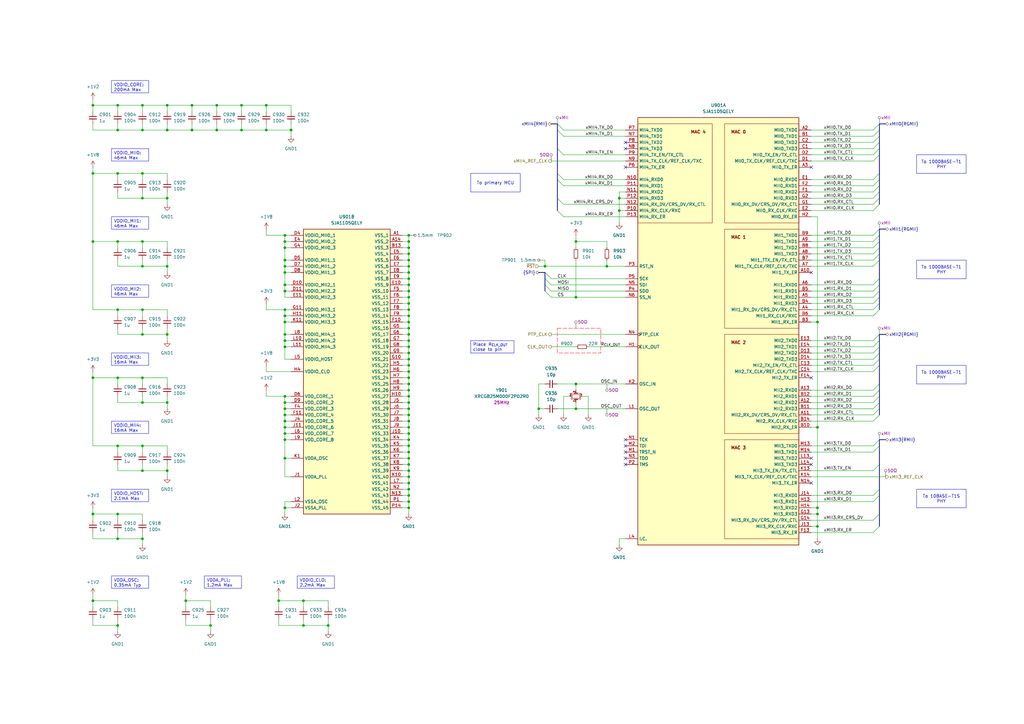
<source format=kicad_sch>
(kicad_sch (version 20250114) (generator "eeschema") (generator_version "9.0")
  (paper "A3")
  (title_block (title "Ethernet Switch") (date "2025-06-30") (comment 4 "5 Port gigabit ethernet switch."))
  (lib_symbols
    (symbol "Connector:TestPoint_Small" (pin_numbers (hide yes)) (pin_names (offset 0.762) (hide yes))
      (property "Reference" "TP" (at 0 3.81 0))
      (property "Value" "TestPoint_Small" (at 0 2.032 0))
      (symbol "TestPoint_Small_1_1"
        (pin passive line (at 0 0 90) (length 0) (name "1") (number "1"))
      )
    )
    (symbol "Device:C_Small" (pin_numbers (hide yes)) (pin_names (offset 0.254) (hide yes))
      (property "Reference" "C" (at 0.254 1.778 0))
      (property "Value" "C_Small" (at 0.254 -2.032 0))
      (symbol "C_Small_1_1"
        (pin passive line (at 0 2.54 270) (length 2.032) (name "~") (number "1"))
        (pin passive line (at 0 -2.54 90) (length 2.032) (name "~") (number "2"))
      )
    )
    (symbol "Device:Crystal_GND24_Small" (pin_names (offset 1.016) (hide yes))
      (property "Reference" "Y" (at 1.27 4.445 0))
      (property "Value" "Crystal_GND24_Small" (at 1.27 2.54 0))
      (symbol "Crystal_GND24_Small_1_1"
        (pin passive line (at -2.54 0 0) (length 1.27) (name "1") (number "1"))
        (pin passive line (at 0 2.54 270) (length 0.635) (name "4") (number "4"))
        (pin passive line (at 0 -2.54 90) (length 0.635) (name "2") (number "2"))
        (pin passive line (at 2.54 0 180) (length 1.27) (name "3") (number "3"))
      )
    )
    (symbol "Device:R_Small" (pin_numbers (hide yes)) (pin_names (offset 0.254) (hide yes))
      (property "Reference" "R" (at 0 0 90))
      (property "Value" "R_Small" (at 1.778 0 90))
      (symbol "R_Small_1_1"
        (pin passive line (at 0 2.54 270) (length 0.762) (name "~") (number "1"))
        (pin passive line (at 0 -2.54 90) (length 0.762) (name "~") (number "2"))
      )
    )
    (symbol "ETH-SWCH:SJA1105QELY"
      (property "Reference" "U" (at 0 5.08 0))
      (property "Value" "SJA1105QELY" (at 0 2.54 0))
      (symbol "SJA1105QELY_1_1"
        (text "MAC 4" (at -5.08 -5.08 0) (effects (font (size 1.27 1.27) (bold yes)) (justify right top)))
        (text "MAC 0" (at 5.08 -5.08 0) (effects (font (size 1.27 1.27) (bold yes)) (justify left top)))
        (text "MAC 1" (at 5.08 -48.26 0) (effects (font (size 1.27 1.27) (bold yes)) (justify left top)))
        (text "MAC 2" (at 5.08 -91.44 0) (effects (font (size 1.27 1.27) (bold yes)) (justify left top)))
        (text "MAC 3" (at 5.08 -134.62 0) (effects (font (size 1.27 1.27) (bold yes)) (justify left top)))
        (pin output line (at -38.1 -5.08 0) (length 5.08) (name "MII4_TXD0") (number "P7"))
        (pin output line (at -38.1 -7.62 0) (length 5.08) (name "MII4_TXD1") (number "N7"))
        (pin output line (at -38.1 -10.16 0) (length 5.08) (name "MII4_TXD2") (number "P8"))
        (pin output line (at -38.1 -12.7 0) (length 5.08) (name "MII4_TXD3") (number "N8"))
        (pin output line (at -38.1 -15.24 0) (length 5.08) (name "MII4_TX_EN/TX_CTL") (number "P9"))
        (pin bidirectional line (at -38.1 -17.78 0) (length 5.08) (name "MII4_TX_CLK/REF_CLK/TXC") (number "N9"))
        (pin output line (at -38.1 -20.32 0) (length 5.08) (name "MII4_TX_ER") (number "P6"))
        (pin input line (at -38.1 -25.4 0) (length 5.08) (name "MII4_RXD0") (number "N10"))
        (pin input line (at -38.1 -27.94 0) (length 5.08) (name "MII4_RXD1") (number "P11"))
        (pin input line (at -38.1 -30.48 0) (length 5.08) (name "MII4_RXD2") (number "N11"))
        (pin input line (at -38.1 -33.02 0) (length 5.08) (name "MII4_RXD3") (number "P12"))
        (pin input line (at -38.1 -35.56 0) (length 5.08) (name "MII4_RX_DV/CRS_DV/RX_CTL") (number "N12"))
        (pin bidirectional line (at -38.1 -38.1 0) (length 5.08) (name "MII4_RX_CLK/RXC") (number "P10"))
        (pin input line (at -38.1 -40.64 0) (length 5.08) (name "MII4_RX_ER") (number "P13"))
        (pin input line (at -38.1 -60.96 0) (length 5.08) (name "RST_N") (number "P3"))
        (pin input line (at -38.1 -66.04 0) (length 5.08) (name "SCK") (number "P5"))
        (pin input line (at -38.1 -68.58 0) (length 5.08) (name "SDI") (number "N5"))
        (pin output line (at -38.1 -71.12 0) (length 5.08) (name "SDO") (number "P4"))
        (pin input line (at -38.1 -73.66 0) (length 5.08) (name "SS_N") (number "N6"))
        (pin bidirectional clock (at -38.1 -88.9 0) (length 5.08) (name "PTP_CLK") (number "N4"))
        (pin output clock (at -38.1 -93.98 0) (length 5.08) (name "CLK_OUT") (number "H1"))
        (pin input line (at -38.1 -109.22 0) (length 5.08) (name "OSC_IN") (number "K2"))
        (pin output line (at -38.1 -119.38 0) (length 5.08) (name "OSC_OUT") (number "L1"))
        (pin input line (at -38.1 -132.08 0) (length 5.08) (name "TCK") (number "N1"))
        (pin input line (at -38.1 -134.62 0) (length 5.08) (name "TDI") (number "M2"))
        (pin input line (at -38.1 -137.16 0) (length 5.08) (name "TRST_N") (number "M1"))
        (pin output line (at -38.1 -139.7 0) (length 5.08) (name "TDO") (number "N3"))
        (pin input line (at -38.1 -142.24 0) (length 5.08) (name "TMS") (number "P2"))
        (pin passive line (at -38.1 -172.72 0) (length 5.08) (name "I.C.") (number "L4"))
        (pin output line (at 38.1 -5.08 180) (length 5.08) (name "MII0_TXD0") (number "A2"))
        (pin output line (at 38.1 -7.62 180) (length 5.08) (name "MII0_TXD1") (number "B1"))
        (pin output line (at 38.1 -10.16 180) (length 5.08) (name "MII0_TXD2") (number "C2"))
        (pin output line (at 38.1 -12.7 180) (length 5.08) (name "MII0_TXD3") (number "C1"))
        (pin output line (at 38.1 -15.24 180) (length 5.08) (name "MII0_TX_EN/TX_CTL") (number "D2"))
        (pin bidirectional line (at 38.1 -17.78 180) (length 5.08) (name "MII0_TX_CLK/REF_CLK/TXC") (number "D1"))
        (pin output line (at 38.1 -20.32 180) (length 5.08) (name "MII0_TX_ER") (number "A3"))
        (pin input line (at 38.1 -25.4 180) (length 5.08) (name "MII0_RXD0") (number "E1"))
        (pin input line (at 38.1 -27.94 180) (length 5.08) (name "MII0_RXD1") (number "F2"))
        (pin input line (at 38.1 -30.48 180) (length 5.08) (name "MII0_RXD2") (number "F1"))
        (pin input line (at 38.1 -33.02 180) (length 5.08) (name "MII0_RXD3") (number "G2"))
        (pin input line (at 38.1 -35.56 180) (length 5.08) (name "MII0_RX_DV/CRS_DV/RX_CTL") (number "G1"))
        (pin bidirectional line (at 38.1 -38.1 180) (length 5.08) (name "MII0_RX_CLK/RXC") (number "E2"))
        (pin input line (at 38.1 -40.64 180) (length 5.08) (name "MII0_RX_ER") (number "H2"))
        (pin output line (at 38.1 -48.26 180) (length 5.08) (name "MII1_TXD0") (number "B9"))
        (pin output line (at 38.1 -50.8 180) (length 5.08) (name "MII1_TXD1") (number "A9"))
        (pin output line (at 38.1 -53.34 180) (length 5.08) (name "MII1_TXD2") (number "B8"))
        (pin output line (at 38.1 -55.88 180) (length 5.08) (name "MII1_TXD3") (number "A8"))
        (pin output line (at 38.1 -58.42 180) (length 5.08) (name "MII1_TTX_EN/TX_CTL") (number "B7"))
        (pin bidirectional line (at 38.1 -60.96 180) (length 5.08) (name "MII1_TX_CLK/REF_CLK/TXC") (number "A7"))
        (pin output line (at 38.1 -63.5 180) (length 5.08) (name "MII1_TX_ER") (number "A10"))
        (pin input line (at 38.1 -68.58 180) (length 5.08) (name "MII1_RXD0") (number "A6"))
        (pin input line (at 38.1 -71.12 180) (length 5.08) (name "MII1_RXD1") (number "B5"))
        (pin input line (at 38.1 -73.66 180) (length 5.08) (name "MII1_RXD2") (number "A5"))
        (pin input line (at 38.1 -76.2 180) (length 5.08) (name "MII1_RXD3") (number "B4"))
        (pin input line (at 38.1 -78.74 180) (length 5.08) (name "MII1_RX_DV/CRS_DV/RX_CTL") (number "A4"))
        (pin bidirectional line (at 38.1 -81.28 180) (length 5.08) (name "MII1_RX_CLK/RXC") (number "B6"))
        (pin input line (at 38.1 -83.82 180) (length 5.08) (name "MII1_RX_ER") (number "B3"))
        (pin output line (at 38.1 -91.44 180) (length 5.08) (name "MII2_TXD0") (number "E13"))
        (pin output line (at 38.1 -93.98 180) (length 5.08) (name "MII2_TXD1") (number "E14"))
        (pin output line (at 38.1 -96.52 180) (length 5.08) (name "MII2_TXD2") (number "D13"))
        (pin output line (at 38.1 -99.06 180) (length 5.08) (name "MII2_TXD3") (number "D14"))
        (pin output line (at 38.1 -101.6 180) (length 5.08) (name "MII2_TX_EN/TX_CTL") (number "C13"))
        (pin bidirectional line (at 38.1 -104.14 180) (length 5.08) (name "MII2_TX_CLK/REF_CLK/TXC") (number "C14"))
        (pin output line (at 38.1 -106.68 180) (length 5.08) (name "MII2_TX_ER") (number "F14"))
        (pin input line (at 38.1 -111.76 180) (length 5.08) (name "MII2_RXD0") (number "A13"))
        (pin input line (at 38.1 -114.3 180) (length 5.08) (name "MII2_RXD1") (number "B12"))
        (pin input line (at 38.1 -116.84 180) (length 5.08) (name "MII2_RXD2") (number "A12"))
        (pin input line (at 38.1 -119.38 180) (length 5.08) (name "MII2_RXD3") (number "B11"))
        (pin input line (at 38.1 -121.92 180) (length 5.08) (name "MII2_RX_DV/CRS_DV/RX_CTL") (number "A11"))
        (pin bidirectional line (at 38.1 -124.46 180) (length 5.08) (name "MII2_RX_CLK/RXC") (number "B14"))
        (pin input line (at 38.1 -127 180) (length 5.08) (name "MII2_RX_ER") (number "B10"))
        (pin output line (at 38.1 -134.62 180) (length 5.08) (name "MII3_TXD0") (number "M13"))
        (pin output line (at 38.1 -137.16 180) (length 5.08) (name "MII3_TXD1") (number "M14"))
        (pin output line (at 38.1 -139.7 180) (length 5.08) (name "MII3_TXD2") (number "L13"))
        (pin output line (at 38.1 -142.24 180) (length 5.08) (name "MII3_TXD3") (number "L14"))
        (pin output line (at 38.1 -144.78 180) (length 5.08) (name "MII3_TX_EN/TX_CTL") (number "K13"))
        (pin bidirectional line (at 38.1 -147.32 180) (length 5.08) (name "MII3_TX_CLK/REF_CLK/TXC") (number "K14"))
        (pin output line (at 38.1 -149.86 180) (length 5.08) (name "MII3_TX_ER") (number "N14"))
        (pin input line (at 38.1 -154.94 180) (length 5.08) (name "MII3_RXD0") (number "J14"))
        (pin input line (at 38.1 -157.48 180) (length 5.08) (name "MII3_RXD1") (number "H13"))
        (pin input line (at 38.1 -160.02 180) (length 5.08) (name "MII3_RXD2") (number "H14"))
        (pin input line (at 38.1 -162.56 180) (length 5.08) (name "MII3_RXD3") (number "G13"))
        (pin input line (at 38.1 -165.1 180) (length 5.08) (name "MII3_RX_DV/CRS_DV/RX_CTL") (number "G14"))
        (pin bidirectional line (at 38.1 -167.64 180) (length 5.08) (name "MII3_RX_CLK/RXC") (number "J13"))
        (pin input line (at 38.1 -170.18 180) (length 5.08) (name "MII3_RX_ER") (number "F13"))
      )
      (symbol "SJA1105QELY_2_1"
        (pin power_in line (at -22.86 -2.54 0) (length 5.08) (name "VDDIO_MII0_1") (number "D4"))
        (pin power_in line (at -22.86 -5.08 0) (length 5.08) (name "VDDIO_MII0_2") (number "E4"))
        (pin power_in line (at -22.86 -7.62 0) (length 5.08) (name "VDDIO_MII0_3") (number "G4"))
        (pin power_in line (at -22.86 -12.7 0) (length 5.08) (name "VDDIO_MII1_1") (number "D5"))
        (pin power_in line (at -22.86 -15.24 0) (length 5.08) (name "VDDIO_MII1_2") (number "D7"))
        (pin power_in line (at -22.86 -17.78 0) (length 5.08) (name "VDDIO_MII1_3") (number "D8"))
        (pin power_in line (at -22.86 -22.86 0) (length 5.08) (name "VDDIO_MII2_1") (number "D10"))
        (pin power_in line (at -22.86 -25.4 0) (length 5.08) (name "VDDIO_MII2_2") (number "D11"))
        (pin power_in line (at -22.86 -27.94 0) (length 5.08) (name "VDDIO_MII2_3") (number "E11"))
        (pin power_in line (at -22.86 -33.02 0) (length 5.08) (name "VDDIO_MII3_1") (number "G11"))
        (pin power_in line (at -22.86 -35.56 0) (length 5.08) (name "VDDIO_MII3_2") (number "H11"))
        (pin power_in line (at -22.86 -38.1 0) (length 5.08) (name "VDDIO_MII3_3") (number "K11"))
        (pin power_in line (at -22.86 -43.18 0) (length 5.08) (name "VDDIO_MII4_1") (number "L8"))
        (pin power_in line (at -22.86 -45.72 0) (length 5.08) (name "VDDIO_MII4_2") (number "L10"))
        (pin power_in line (at -22.86 -48.26 0) (length 5.08) (name "VDDIO_MII4_3") (number "L11"))
        (pin power_in line (at -22.86 -53.34 0) (length 5.08) (name "VDDIO_HOST") (number "L5"))
        (pin power_in line (at -22.86 -58.42 0) (length 5.08) (name "VDDIO_CLO") (number "H4"))
        (pin power_in line (at -22.86 -68.58 0) (length 5.08) (name "VDD_CORE_1") (number "D6"))
        (pin power_in line (at -22.86 -71.12 0) (length 5.08) (name "VDD_CORE_2") (number "D9"))
        (pin power_in line (at -22.86 -73.66 0) (length 5.08) (name "VDD_CORE_3") (number "F4"))
        (pin power_in line (at -22.86 -76.2 0) (length 5.08) (name "VDD_CORE_4") (number "F11"))
        (pin power_in line (at -22.86 -78.74 0) (length 5.08) (name "VDD_CORE_5") (number "J4"))
        (pin power_in line (at -22.86 -81.28 0) (length 5.08) (name "VDD_CORE_6") (number "J11"))
        (pin power_in line (at -22.86 -83.82 0) (length 5.08) (name "VDD_CORE_7") (number "L6"))
        (pin power_in line (at -22.86 -86.36 0) (length 5.08) (name "VDD_CORE_8") (number "L9"))
        (pin power_in line (at -22.86 -93.98 0) (length 5.08) (name "VDDA_OSC") (number "K1"))
        (pin power_in line (at -22.86 -101.6 0) (length 5.08) (name "VDDA_PLL") (number "J1"))
        (pin power_in line (at -22.86 -111.76 0) (length 5.08) (name "VSSA_OSC") (number "L2"))
        (pin power_in line (at -22.86 -114.3 0) (length 5.08) (name "VSSA_PLL") (number "J2"))
        (pin passive line (at 22.86 -2.54 180) (length 5.08) (name "VSS_1") (number "A1"))
        (pin passive line (at 22.86 -5.08 180) (length 5.08) (name "VSS_2") (number "A14"))
        (pin passive line (at 22.86 -7.62 180) (length 5.08) (name "VSS_3") (number "B13"))
        (pin passive line (at 22.86 -10.16 180) (length 5.08) (name "VSS_4") (number "E5"))
        (pin passive line (at 22.86 -12.7 180) (length 5.08) (name "VSS_5") (number "E6"))
        (pin passive line (at 22.86 -15.24 180) (length 5.08) (name "VSS_6") (number "E7"))
        (pin passive line (at 22.86 -17.78 180) (length 5.08) (name "VSS_7") (number "E8"))
        (pin passive line (at 22.86 -20.32 180) (length 5.08) (name "VSS_8") (number "E9"))
        (pin passive line (at 22.86 -22.86 180) (length 5.08) (name "VSS_9") (number "E10"))
        (pin passive line (at 22.86 -25.4 180) (length 5.08) (name "VSS_10") (number "F5"))
        (pin passive line (at 22.86 -27.94 180) (length 5.08) (name "VSS_11") (number "F6"))
        (pin passive line (at 22.86 -30.48 180) (length 5.08) (name "VSS_12") (number "F7"))
        (pin passive line (at 22.86 -33.02 180) (length 5.08) (name "VSS_13") (number "F8"))
        (pin passive line (at 22.86 -35.56 180) (length 5.08) (name "VSS_14") (number "F9"))
        (pin passive line (at 22.86 -38.1 180) (length 5.08) (name "VSS_15") (number "F10"))
        (pin passive line (at 22.86 -40.64 180) (length 5.08) (name "VSS_16") (number "G5"))
        (pin passive line (at 22.86 -43.18 180) (length 5.08) (name "VSS_17") (number "G6"))
        (pin passive line (at 22.86 -45.72 180) (length 5.08) (name "VSS_18") (number "G7"))
        (pin passive line (at 22.86 -48.26 180) (length 5.08) (name "VSS_19") (number "G8"))
        (pin passive line (at 22.86 -50.8 180) (length 5.08) (name "VSS_20") (number "G9"))
        (pin passive line (at 22.86 -53.34 180) (length 5.08) (name "VSS_21") (number "G10"))
        (pin passive line (at 22.86 -55.88 180) (length 5.08) (name "VSS_22") (number "H5"))
        (pin passive line (at 22.86 -58.42 180) (length 5.08) (name "VSS_23") (number "H6"))
        (pin passive line (at 22.86 -60.96 180) (length 5.08) (name "VSS_24") (number "H7"))
        (pin passive line (at 22.86 -63.5 180) (length 5.08) (name "VSS_25") (number "H8"))
        (pin passive line (at 22.86 -66.04 180) (length 5.08) (name "VSS_26") (number "H9"))
        (pin passive line (at 22.86 -68.58 180) (length 5.08) (name "VSS_27") (number "H10"))
        (pin passive line (at 22.86 -71.12 180) (length 5.08) (name "VSS_28") (number "J5"))
        (pin passive line (at 22.86 -73.66 180) (length 5.08) (name "VSS_29") (number "J6"))
        (pin passive line (at 22.86 -76.2 180) (length 5.08) (name "VSS_30") (number "J7"))
        (pin passive line (at 22.86 -78.74 180) (length 5.08) (name "VSS_31") (number "J8"))
        (pin passive line (at 22.86 -81.28 180) (length 5.08) (name "VSS_32") (number "J9"))
        (pin passive line (at 22.86 -83.82 180) (length 5.08) (name "VSS_33") (number "J10"))
        (pin passive line (at 22.86 -86.36 180) (length 5.08) (name "VSS_34") (number "K4"))
        (pin passive line (at 22.86 -88.9 180) (length 5.08) (name "VSS_35") (number "K5"))
        (pin passive line (at 22.86 -91.44 180) (length 5.08) (name "VSS_36") (number "K6"))
        (pin passive line (at 22.86 -93.98 180) (length 5.08) (name "VSS_37") (number "K7"))
        (pin passive line (at 22.86 -96.52 180) (length 5.08) (name "VSS_38") (number "K8"))
        (pin passive line (at 22.86 -99.06 180) (length 5.08) (name "VSS_39") (number "K9"))
        (pin passive line (at 22.86 -101.6 180) (length 5.08) (name "VSS_40") (number "K10"))
        (pin passive line (at 22.86 -104.14 180) (length 5.08) (name "VSS_41") (number "L7"))
        (pin passive line (at 22.86 -106.68 180) (length 5.08) (name "VSS_42") (number "N2"))
        (pin passive line (at 22.86 -109.22 180) (length 5.08) (name "VSS_43") (number "N13"))
        (pin passive line (at 22.86 -111.76 180) (length 5.08) (name "VSS_44") (number "P1"))
        (pin passive line (at 22.86 -114.3 180) (length 5.08) (name "VSS_45") (number "P14"))
      )
    )
    (symbol "power:+1V2" (power) (pin_numbers (hide yes)) (pin_names (offset 0) (hide yes))
      (property "Value" "+1V2" (at 0 3.556 0))
      (symbol "+1V2_1_1"
        (pin power_in line (at 0 0 90) (length 0) (name "~") (number "1"))
      )
    )
    (symbol "power:+1V8" (power) (pin_numbers (hide yes)) (pin_names (offset 0) (hide yes))
      (property "Value" "+1V8" (at 0 3.556 0))
      (symbol "+1V8_1_1"
        (pin power_in line (at 0 0 90) (length 0) (name "~") (number "1"))
      )
    )
    (symbol "power:+3V3" (power) (pin_numbers (hide yes)) (pin_names (offset 0) (hide yes))
      (property "Value" "+3V3" (at 0 3.556 0))
      (symbol "+3V3_1_1"
        (pin power_in line (at 0 0 90) (length 0) (name "~") (number "1"))
      )
    )
    (symbol "power:GND1" (power) (pin_numbers (hide yes)) (pin_names (offset 0) (hide yes))
      (property "Value" "GND1" (at 0 -3.81 0))
      (symbol "GND1_1_1"
        (pin power_in line (at 0 0 270) (length 0) (name "~") (number "1"))
      )
    )
  )
  (text_box "To 1000BASE-T1 PHY" (at 375.92 106.68 0) (size 20.32 7.62) (margins 0.9525 0.9525 0.9525 0.9525) (effects (font (size 1.27 1.27))))
  (text_box "To 1000BASE-T1 PHY" (at 375.92 149.86 0) (size 20.32 7.62) (margins 0.9525 0.9525 0.9525 0.9525) (effects (font (size 1.27 1.27))))
  (text_box "VDDIO_MII3:\n16mA Max" (at 45.72 144.78 0) (size 15.24 5.08) (margins 0.9525 0.9525 0.9525 0.9525) (effects (font (size 1.27 1.27)) (justify left top)))
  (text_box "VDDIO_CLO:\n2.2mA Max" (at 121.92 236.22 0) (size 15.24 5.08) (margins 0.9525 0.9525 0.9525 0.9525) (effects (font (size 1.27 1.27)) (justify left top)))
  (text_box "VDDIO_MII2:\n46mA Max" (at 45.72 116.84 0) (size 15.24 5.08) (margins 0.9525 0.9525 0.9525 0.9525) (effects (font (size 1.27 1.27)) (justify left top)))
  (text_box "VDDIO_HOST:\n2.1mA Max" (at 45.72 200.66 0) (size 15.24 5.08) (margins 0.9525 0.9525 0.9525 0.9525) (effects (font (size 1.27 1.27)) (justify left top)))
  (text_box "VDDA_OSC:\n0.35mA Typ" (at 45.72 236.22 0) (size 15.24 5.08) (margins 0.9525 0.9525 0.9525 0.9525) (effects (font (size 1.27 1.27)) (justify left top)))
  (text_box "VDDIO_MII0:\n46mA Max" (at 45.72 60.96 0) (size 15.24 5.08) (margins 0.9525 0.9525 0.9525 0.9525) (effects (font (size 1.27 1.27)) (justify left top)))
  (text_box "To 10BASE-T1S PHY" (at 375.92 200.66 0) (size 20.32 7.62) (margins 0.9525 0.9525 0.9525 0.9525) (effects (font (size 1.27 1.27))))
  (text_box "VDDA_PLL:\n1.2mA Max" (at 83.82 236.22 0) (size 15.24 5.08) (margins 0.9525 0.9525 0.9525 0.9525) (effects (font (size 1.27 1.27)) (justify left top)))
  (text_box "VDDIO_CORE:\n200mA Max" (at 45.72 33.02 0) (size 15.24 5.08) (margins 0.9525 0.9525 0.9525 0.9525) (effects (font (size 1.27 1.27)) (justify left top)))
  (text_box "Place R_{CLK_OUT} close to pin" (at 193.04 139.7 0) (size 17.78 5.08) (margins 0.9525 0.9525 0.9525 0.9525) (effects (font (size 1.27 1.27)) (justify left)))
  (text_box "To 1000BASE-T1 PHY" (at 375.92 63.5 0) (size 20.32 7.62) (margins 0.9525 0.9525 0.9525 0.9525) (effects (font (size 1.27 1.27))))
  (text_box "VDDIO_MII4:\n16mA Max" (at 45.72 172.72 0) (size 15.24 5.08) (margins 0.9525 0.9525 0.9525 0.9525) (effects (font (size 1.27 1.27)) (justify left top)))
  (text_box "To primary MCU" (at 193.04 71.12 0) (size 20.32 7.62) (margins 0.9525 0.9525 0.9525 0.9525) (effects (font (size 1.27 1.27))))
  (text_box "VDDIO_MII1:\n46mA Max" (at 45.72 88.9 0) (size 15.24 5.08) (margins 0.9525 0.9525 0.9525 0.9525) (effects (font (size 1.27 1.27)) (justify left top)))
  (junction (at 134.62 256.54))
  (junction (at 86.36 256.54))
  (junction (at 167.64 114.3))
  (junction (at 223.52 109.22))
  (junction (at 48.26 53.34))
  (junction (at 335.28 208.28))
  (junction (at 236.22 99.06))
  (junction (at 254 86.36))
  (junction (at 167.64 132.08))
  (junction (at 58.42 137.16))
  (junction (at 116.84 127))
  (junction (at 167.64 109.22))
  (junction (at 167.64 139.7))
  (junction (at 167.64 134.62))
  (junction (at 116.84 187.96))
  (junction (at 68.58 109.22))
  (junction (at 167.64 124.46))
  (junction (at 116.84 162.56))
  (junction (at 167.64 101.6))
  (junction (at 116.84 99.06))
  (junction (at 116.84 172.72))
  (junction (at 58.42 53.34))
  (junction (at 38.1 210.82))
  (junction (at 116.84 111.76))
  (junction (at 78.74 53.34))
  (junction (at 116.84 175.26))
  (junction (at 167.64 180.34))
  (junction (at 167.64 185.42))
  (junction (at 116.84 101.6))
  (junction (at 48.26 99.06))
  (junction (at 48.26 154.94))
  (junction (at 78.74 43.18))
  (junction (at 48.26 256.54))
  (junction (at 167.64 127))
  (junction (at 38.1 43.18))
  (junction (at 58.42 71.12))
  (junction (at 167.64 119.38))
  (junction (at 167.64 111.76))
  (junction (at 167.64 187.96))
  (junction (at 167.64 147.32))
  (junction (at 167.64 160.02))
  (junction (at 116.84 106.68))
  (junction (at 167.64 99.06))
  (junction (at 68.58 165.1))
  (junction (at 114.3 246.38))
  (junction (at 167.64 96.52))
  (junction (at 116.84 129.54))
  (junction (at 220.98 167.64))
  (junction (at 167.64 193.04))
  (junction (at 116.84 139.7))
  (junction (at 38.1 154.94))
  (junction (at 48.26 71.12))
  (junction (at 167.64 172.72))
  (junction (at 167.64 129.54))
  (junction (at 167.64 157.48))
  (junction (at 99.06 43.18))
  (junction (at 124.46 256.54))
  (junction (at 48.26 220.98))
  (junction (at 167.64 142.24))
  (junction (at 167.64 182.88))
  (junction (at 88.9 43.18))
  (junction (at 48.26 182.88))
  (junction (at 58.42 220.98))
  (junction (at 38.1 99.06))
  (junction (at 116.84 116.84))
  (junction (at 167.64 165.1))
  (junction (at 167.64 190.5))
  (junction (at 167.64 208.28))
  (junction (at 116.84 180.34))
  (junction (at 116.84 142.24))
  (junction (at 109.22 43.18))
  (junction (at 38.1 71.12))
  (junction (at 248.92 109.22))
  (junction (at 116.84 137.16))
  (junction (at 167.64 137.16))
  (junction (at 58.42 165.1))
  (junction (at 167.64 104.14))
  (junction (at 116.84 96.52))
  (junction (at 68.58 53.34))
  (junction (at 124.46 246.38))
  (junction (at 335.28 132.08))
  (junction (at 167.64 121.92))
  (junction (at 116.84 119.38))
  (junction (at 254 81.28))
  (junction (at 58.42 154.94))
  (junction (at 109.22 53.34))
  (junction (at 116.84 170.18))
  (junction (at 48.26 43.18))
  (junction (at 48.26 210.82))
  (junction (at 167.64 167.64))
  (junction (at 335.28 175.26))
  (junction (at 58.42 43.18))
  (junction (at 167.64 144.78))
  (junction (at 116.84 208.28))
  (junction (at 236.22 167.64))
  (junction (at 167.64 177.8))
  (junction (at 167.64 198.12))
  (junction (at 167.64 170.18))
  (junction (at 58.42 109.22))
  (junction (at 58.42 81.28))
  (junction (at 116.84 167.64))
  (junction (at 58.42 127))
  (junction (at 48.26 127))
  (junction (at 76.2 246.38))
  (junction (at 335.28 210.82))
  (junction (at 167.64 203.2))
  (junction (at 167.64 149.86))
  (junction (at 116.84 132.08))
  (junction (at 88.9 53.34))
  (junction (at 167.64 195.58))
  (junction (at 167.64 162.56))
  (junction (at 99.06 53.34))
  (junction (at 38.1 246.38))
  (junction (at 167.64 205.74))
  (junction (at 167.64 154.94))
  (junction (at 58.42 99.06))
  (junction (at 116.84 177.8))
  (junction (at 167.64 200.66))
  (junction (at 116.84 165.1))
  (junction (at 167.64 106.68))
  (junction (at 167.64 152.4))
  (junction (at 167.64 116.84))
  (junction (at 68.58 193.04))
  (junction (at 58.42 193.04))
  (junction (at 116.84 109.22))
  (junction (at 119.38 53.34))
  (junction (at 68.58 81.28))
  (junction (at 68.58 43.18))
  (junction (at 236.22 121.92))
  (junction (at 335.28 215.9))
  (junction (at 167.64 175.26))
  (junction (at 236.22 157.48))
  (junction (at 68.58 137.16))
  (junction (at 58.42 182.88))
  (no_connect (at 332.74 111.76))
  (no_connect (at 256.54 180.34))
  (no_connect (at 332.74 187.96))
  (no_connect (at 256.54 68.58))
  (no_connect (at 332.74 154.94))
  (no_connect (at 256.54 182.88))
  (no_connect (at 332.74 198.12))
  (no_connect (at 332.74 190.5))
  (no_connect (at 256.54 58.42))
  (no_connect (at 256.54 185.42))
  (no_connect (at 256.54 60.96))
  (no_connect (at 256.54 190.5))
  (no_connect (at 332.74 68.58))
  (no_connect (at 256.54 187.96))
  (bus_entry (at 360.68 99.06) (size -2.54 2.54))
  (bus_entry (at 360.68 58.42) (size -2.54 2.54))
  (bus_entry (at 228.6 71.12) (size 2.54 2.54))
  (bus_entry (at 360.68 215.9) (size -2.54 2.54))
  (bus_entry (at 360.68 157.48) (size -2.54 2.54))
  (bus_entry (at 360.68 55.88) (size -2.54 2.54))
  (bus_entry (at 223.52 111.76) (size 2.54 2.54))
  (bus_entry (at 223.52 116.84) (size 2.54 2.54))
  (bus_entry (at 360.68 124.46) (size -2.54 2.54))
  (bus_entry (at 360.68 170.18) (size -2.54 2.54))
  (bus_entry (at 360.68 142.24) (size -2.54 2.54))
  (bus_entry (at 228.6 81.28) (size 2.54 2.54))
  (bus_entry (at 360.68 83.82) (size -2.54 2.54))
  (bus_entry (at 360.68 116.84) (size -2.54 2.54))
  (bus_entry (at 360.68 50.8) (size -2.54 2.54))
  (bus_entry (at 360.68 96.52) (size -2.54 2.54))
  (bus_entry (at 360.68 93.98) (size -2.54 2.54))
  (bus_entry (at 360.68 104.14) (size -2.54 2.54))
  (bus_entry (at 360.68 149.86) (size -2.54 2.54))
  (bus_entry (at 360.68 210.82) (size -2.54 2.54))
  (bus_entry (at 223.52 114.3) (size 2.54 2.54))
  (bus_entry (at 228.6 86.36) (size 2.54 2.54))
  (bus_entry (at 360.68 78.74) (size -2.54 2.54))
  (bus_entry (at 360.68 60.96) (size -2.54 2.54))
  (bus_entry (at 360.68 114.3) (size -2.54 2.54))
  (bus_entry (at 360.68 167.64) (size -2.54 2.54))
  (bus_entry (at 360.68 139.7) (size -2.54 2.54))
  (bus_entry (at 228.6 53.34) (size 2.54 2.54))
  (bus_entry (at 360.68 76.2) (size -2.54 2.54))
  (bus_entry (at 360.68 73.66) (size -2.54 2.54))
  (bus_entry (at 360.68 203.2) (size -2.54 2.54))
  (bus_entry (at 360.68 190.5) (size -2.54 2.54))
  (bus_entry (at 360.68 147.32) (size -2.54 2.54))
  (bus_entry (at 360.68 81.28) (size -2.54 2.54))
  (bus_entry (at 228.6 60.96) (size 2.54 2.54))
  (bus_entry (at 360.68 53.34) (size -2.54 2.54))
  (bus_entry (at 360.68 182.88) (size -2.54 2.54))
  (bus_entry (at 360.68 180.34) (size -2.54 2.54))
  (bus_entry (at 223.52 119.38) (size 2.54 2.54))
  (bus_entry (at 360.68 71.12) (size -2.54 2.54))
  (bus_entry (at 360.68 137.16) (size -2.54 2.54))
  (bus_entry (at 360.68 106.68) (size -2.54 2.54))
  (bus_entry (at 360.68 162.56) (size -2.54 2.54))
  (bus_entry (at 360.68 63.5) (size -2.54 2.54))
  (bus_entry (at 360.68 144.78) (size -2.54 2.54))
  (bus_entry (at 360.68 101.6) (size -2.54 2.54))
  (bus_entry (at 360.68 165.1) (size -2.54 2.54))
  (bus_entry (at 228.6 50.8) (size 2.54 2.54))
  (bus_entry (at 360.68 121.92) (size -2.54 2.54))
  (bus_entry (at 360.68 127) (size -2.54 2.54))
  (bus_entry (at 360.68 119.38) (size -2.54 2.54))
  (bus_entry (at 360.68 160.02) (size -2.54 2.54))
  (bus_entry (at 228.6 73.66) (size 2.54 2.54))
  (bus_entry (at 360.68 200.66) (size -2.54 2.54))
  (wire (pts (xy 48.26 101.6) (xy 48.26 99.06)))
  (wire (pts (xy 116.84 208.28) (xy 116.84 210.82)))
  (wire (pts (xy 78.74 53.34) (xy 88.9 53.34)))
  (wire (pts (xy 116.84 106.68) (xy 116.84 109.22)))
  (wire (pts (xy 116.84 109.22) (xy 116.84 111.76)))
  (wire (pts (xy 114.3 256.54) (xy 114.3 254)))
  (wire (pts (xy 167.64 167.64) (xy 165.1 167.64)))
  (wire (pts (xy 332.74 121.92) (xy 358.14 121.92)))
  (wire (pts (xy 256.54 73.66) (xy 231.14 73.66)))
  (wire (pts (xy 48.26 53.34) (xy 48.26 50.8)))
  (wire (pts (xy 119.38 187.96) (xy 116.84 187.96)))
  (wire (pts (xy 167.64 165.1) (xy 165.1 165.1)))
  (wire (pts (xy 167.64 101.6) (xy 165.1 101.6)))
  (wire (pts (xy 48.26 213.36) (xy 48.26 210.82)))
  (wire (pts (xy 116.84 205.74) (xy 116.84 208.28)))
  (wire (pts (xy 58.42 43.18) (xy 68.58 43.18)))
  (wire (pts (xy 223.52 167.64) (xy 220.98 167.64)))
  (wire (pts (xy 116.84 137.16) (xy 119.38 137.16)))
  (bus (pts (xy 360.68 116.84) (xy 360.68 119.38)))
  (wire (pts (xy 167.64 167.64) (xy 167.64 170.18)))
  (wire (pts (xy 167.64 142.24) (xy 165.1 142.24)))
  (wire (pts (xy 223.52 109.22) (xy 248.92 109.22)))
  (wire (pts (xy 116.84 101.6) (xy 119.38 101.6)))
  (wire (pts (xy 116.84 127) (xy 116.84 129.54)))
  (wire (pts (xy 99.06 43.18) (xy 99.06 45.72)))
  (wire (pts (xy 332.74 165.1) (xy 358.14 165.1)))
  (wire (pts (xy 248.92 106.68) (xy 248.92 109.22)))
  (wire (pts (xy 332.74 132.08) (xy 335.28 132.08)))
  (wire (pts (xy 48.26 182.88) (xy 58.42 182.88)))
  (bus (pts (xy 360.68 55.88) (xy 360.68 58.42)))
  (wire (pts (xy 116.84 172.72) (xy 116.84 175.26)))
  (bus (pts (xy 360.68 81.28) (xy 360.68 83.82)))
  (wire (pts (xy 167.64 205.74) (xy 167.64 208.28)))
  (wire (pts (xy 167.64 111.76) (xy 165.1 111.76)))
  (wire (pts (xy 48.26 73.66) (xy 48.26 71.12)))
  (wire (pts (xy 223.52 157.48) (xy 220.98 157.48)))
  (wire (pts (xy 38.1 53.34) (xy 48.26 53.34)))
  (wire (pts (xy 68.58 193.04) (xy 68.58 195.58)))
  (wire (pts (xy 220.98 157.48) (xy 220.98 167.64)))
  (bus (pts (xy 360.68 58.42) (xy 360.68 60.96)))
  (wire (pts (xy 86.36 248.92) (xy 86.36 246.38)))
  (bus (pts (xy 360.68 76.2) (xy 360.68 78.74)))
  (wire (pts (xy 114.3 243.84) (xy 114.3 246.38)))
  (wire (pts (xy 167.64 142.24) (xy 167.64 144.78)))
  (wire (pts (xy 48.26 45.72) (xy 48.26 43.18)))
  (wire (pts (xy 226.06 116.84) (xy 256.54 116.84)))
  (wire (pts (xy 68.58 182.88) (xy 68.58 185.42)))
  (wire (pts (xy 167.64 127) (xy 165.1 127)))
  (wire (pts (xy 236.22 167.64) (xy 228.6 167.64)))
  (wire (pts (xy 68.58 190.5) (xy 68.58 193.04)))
  (wire (pts (xy 116.84 187.96) (xy 116.84 180.34)))
  (bus (pts (xy 363.22 180.34) (xy 360.68 180.34)))
  (wire (pts (xy 236.22 96.52) (xy 236.22 99.06)))
  (wire (pts (xy 68.58 106.68) (xy 68.58 109.22)))
  (wire (pts (xy 256.54 55.88) (xy 231.14 55.88)))
  (bus (pts (xy 228.6 53.34) (xy 228.6 60.96)))
  (wire (pts (xy 256.54 88.9) (xy 231.14 88.9)))
  (wire (pts (xy 48.26 256.54) (xy 48.26 259.08)))
  (wire (pts (xy 116.84 129.54) (xy 116.84 132.08)))
  (bus (pts (xy 360.68 144.78) (xy 360.68 147.32)))
  (wire (pts (xy 167.64 121.92) (xy 167.64 124.46)))
  (wire (pts (xy 167.64 116.84) (xy 167.64 119.38)))
  (wire (pts (xy 332.74 124.46) (xy 358.14 124.46)))
  (wire (pts (xy 231.14 162.56) (xy 231.14 170.18)))
  (wire (pts (xy 167.64 175.26) (xy 167.64 177.8)))
  (wire (pts (xy 134.62 256.54) (xy 134.62 259.08)))
  (bus (pts (xy 360.68 104.14) (xy 360.68 106.68)))
  (wire (pts (xy 167.64 175.26) (xy 165.1 175.26)))
  (wire (pts (xy 167.64 177.8) (xy 167.64 180.34)))
  (wire (pts (xy 88.9 53.34) (xy 88.9 50.8)))
  (wire (pts (xy 241.3 162.56) (xy 238.76 162.56)))
  (wire (pts (xy 116.84 205.74) (xy 119.38 205.74)))
  (wire (pts (xy 119.38 147.32) (xy 116.84 147.32)))
  (wire (pts (xy 335.28 175.26) (xy 335.28 208.28)))
  (wire (pts (xy 332.74 160.02) (xy 358.14 160.02)))
  (wire (pts (xy 116.84 99.06) (xy 116.84 101.6)))
  (wire (pts (xy 38.1 154.94) (xy 38.1 182.88)))
  (wire (pts (xy 236.22 99.06) (xy 236.22 101.6)))
  (bus (pts (xy 360.68 210.82) (xy 360.68 203.2)))
  (wire (pts (xy 236.22 121.92) (xy 256.54 121.92)))
  (wire (pts (xy 220.98 109.22) (xy 223.52 109.22)))
  (wire (pts (xy 109.22 53.34) (xy 109.22 50.8)))
  (wire (pts (xy 167.64 170.18) (xy 167.64 172.72)))
  (wire (pts (xy 167.64 154.94) (xy 165.1 154.94)))
  (wire (pts (xy 332.74 210.82) (xy 335.28 210.82)))
  (bus (pts (xy 360.68 99.06) (xy 360.68 101.6)))
  (bus (pts (xy 226.06 50.8) (xy 228.6 50.8)))
  (wire (pts (xy 167.64 104.14) (xy 167.64 106.68)))
  (wire (pts (xy 38.1 43.18) (xy 48.26 43.18)))
  (wire (pts (xy 68.58 137.16) (xy 68.58 139.7)))
  (wire (pts (xy 256.54 53.34) (xy 231.14 53.34)))
  (wire (pts (xy 38.1 256.54) (xy 38.1 254)))
  (wire (pts (xy 68.58 78.74) (xy 68.58 81.28)))
  (wire (pts (xy 116.84 139.7) (xy 119.38 139.7)))
  (bus (pts (xy 360.68 142.24) (xy 360.68 144.78)))
  (bus (pts (xy 228.6 71.12) (xy 228.6 73.66)))
  (wire (pts (xy 236.22 106.68) (xy 236.22 121.92)))
  (wire (pts (xy 58.42 218.44) (xy 58.42 220.98)))
  (wire (pts (xy 114.3 248.92) (xy 114.3 246.38)))
  (wire (pts (xy 116.84 208.28) (xy 119.38 208.28)))
  (wire (pts (xy 223.52 106.68) (xy 223.52 109.22)))
  (wire (pts (xy 167.64 195.58) (xy 167.64 198.12)))
  (bus (pts (xy 360.68 160.02) (xy 360.68 162.56)))
  (wire (pts (xy 167.64 147.32) (xy 165.1 147.32)))
  (wire (pts (xy 332.74 218.44) (xy 358.14 218.44)))
  (wire (pts (xy 58.42 182.88) (xy 68.58 182.88)))
  (wire (pts (xy 38.1 210.82) (xy 48.26 210.82)))
  (wire (pts (xy 332.74 66.04) (xy 358.14 66.04)))
  (wire (pts (xy 58.42 109.22) (xy 68.58 109.22)))
  (wire (pts (xy 58.42 193.04) (xy 48.26 193.04)))
  (wire (pts (xy 99.06 43.18) (xy 109.22 43.18)))
  (wire (pts (xy 116.84 116.84) (xy 116.84 119.38)))
  (wire (pts (xy 254 81.28) (xy 254 86.36)))
  (wire (pts (xy 332.74 83.82) (xy 358.14 83.82)))
  (wire (pts (xy 167.64 96.52) (xy 170.18 96.52)))
  (bus (pts (xy 360.68 114.3) (xy 360.68 116.84)))
  (bus (pts (xy 220.98 111.76) (xy 223.52 111.76)))
  (wire (pts (xy 167.64 99.06) (xy 165.1 99.06)))
  (wire (pts (xy 332.74 129.54) (xy 358.14 129.54)))
  (bus (pts (xy 360.68 180.34) (xy 360.68 182.88)))
  (wire (pts (xy 48.26 137.16) (xy 48.26 134.62)))
  (wire (pts (xy 116.84 175.26) (xy 116.84 177.8)))
  (wire (pts (xy 116.84 167.64) (xy 119.38 167.64)))
  (bus (pts (xy 360.68 78.74) (xy 360.68 81.28)))
  (wire (pts (xy 256.54 76.2) (xy 231.14 76.2)))
  (wire (pts (xy 167.64 198.12) (xy 165.1 198.12)))
  (wire (pts (xy 167.64 200.66) (xy 165.1 200.66)))
  (wire (pts (xy 78.74 43.18) (xy 88.9 43.18)))
  (wire (pts (xy 167.64 129.54) (xy 165.1 129.54)))
  (bus (pts (xy 360.68 119.38) (xy 360.68 121.92)))
  (bus (pts (xy 360.68 63.5) (xy 360.68 71.12)))
  (wire (pts (xy 167.64 96.52) (xy 165.1 96.52)))
  (wire (pts (xy 167.64 132.08) (xy 165.1 132.08)))
  (bus (pts (xy 228.6 86.36) (xy 228.6 81.28)))
  (wire (pts (xy 167.64 132.08) (xy 167.64 134.62)))
  (wire (pts (xy 167.64 203.2) (xy 167.64 205.74)))
  (wire (pts (xy 335.28 132.08) (xy 335.28 175.26)))
  (wire (pts (xy 58.42 157.48) (xy 58.42 154.94)))
  (wire (pts (xy 38.1 256.54) (xy 48.26 256.54)))
  (wire (pts (xy 48.26 81.28) (xy 58.42 81.28)))
  (wire (pts (xy 116.84 121.92) (xy 119.38 121.92)))
  (wire (pts (xy 116.84 127) (xy 119.38 127)))
  (wire (pts (xy 226.06 119.38) (xy 256.54 119.38)))
  (bus (pts (xy 360.68 53.34) (xy 360.68 55.88)))
  (wire (pts (xy 58.42 165.1) (xy 48.26 165.1)))
  (bus (pts (xy 363.22 93.98) (xy 360.68 93.98)))
  (wire (pts (xy 58.42 220.98) (xy 58.42 223.52)))
  (wire (pts (xy 167.64 106.68) (xy 167.64 109.22)))
  (wire (pts (xy 332.74 215.9) (xy 335.28 215.9)))
  (wire (pts (xy 38.1 182.88) (xy 48.26 182.88)))
  (wire (pts (xy 220.98 106.68) (xy 223.52 106.68)))
  (wire (pts (xy 167.64 152.4) (xy 167.64 154.94)))
  (wire (pts (xy 332.74 109.22) (xy 358.14 109.22)))
  (wire (pts (xy 48.26 248.92) (xy 48.26 246.38)))
  (wire (pts (xy 48.26 99.06) (xy 58.42 99.06)))
  (wire (pts (xy 68.58 71.12) (xy 68.58 73.66)))
  (bus (pts (xy 360.68 93.98) (xy 360.68 96.52)))
  (wire (pts (xy 167.64 162.56) (xy 167.64 165.1)))
  (wire (pts (xy 167.64 134.62) (xy 167.64 137.16)))
  (wire (pts (xy 167.64 127) (xy 167.64 129.54)))
  (wire (pts (xy 58.42 50.8) (xy 58.42 53.34)))
  (wire (pts (xy 109.22 45.72) (xy 109.22 43.18)))
  (wire (pts (xy 236.22 160.02) (xy 236.22 157.48)))
  (wire (pts (xy 58.42 137.16) (xy 58.42 134.62)))
  (wire (pts (xy 58.42 99.06) (xy 68.58 99.06)))
  (wire (pts (xy 167.64 149.86) (xy 167.64 152.4)))
  (wire (pts (xy 167.64 139.7) (xy 167.64 142.24)))
  (bus (pts (xy 228.6 60.96) (xy 228.6 71.12)))
  (wire (pts (xy 332.74 119.38) (xy 358.14 119.38)))
  (wire (pts (xy 116.84 177.8) (xy 119.38 177.8)))
  (wire (pts (xy 109.22 127) (xy 116.84 127)))
  (bus (pts (xy 360.68 124.46) (xy 360.68 127)))
  (wire (pts (xy 332.74 142.24) (xy 358.14 142.24)))
  (wire (pts (xy 99.06 53.34) (xy 88.9 53.34)))
  (wire (pts (xy 116.84 175.26) (xy 119.38 175.26)))
  (bus (pts (xy 228.6 50.8) (xy 228.6 53.34)))
  (wire (pts (xy 332.74 106.68) (xy 358.14 106.68)))
  (wire (pts (xy 167.64 104.14) (xy 165.1 104.14)))
  (wire (pts (xy 332.74 175.26) (xy 335.28 175.26)))
  (wire (pts (xy 116.84 119.38) (xy 116.84 121.92)))
  (wire (pts (xy 236.22 157.48) (xy 256.54 157.48)))
  (bus (pts (xy 360.68 162.56) (xy 360.68 165.1)))
  (wire (pts (xy 48.26 193.04) (xy 48.26 190.5)))
  (bus (pts (xy 360.68 50.8) (xy 360.68 53.34)))
  (bus (pts (xy 360.68 167.64) (xy 360.68 170.18)))
  (wire (pts (xy 167.64 170.18) (xy 165.1 170.18)))
  (wire (pts (xy 58.42 210.82) (xy 58.42 213.36)))
  (wire (pts (xy 167.64 119.38) (xy 167.64 121.92)))
  (wire (pts (xy 254 86.36) (xy 254 91.44)))
  (wire (pts (xy 167.64 114.3) (xy 167.64 116.84)))
  (wire (pts (xy 116.84 132.08) (xy 116.84 137.16)))
  (wire (pts (xy 114.3 246.38) (xy 124.46 246.38)))
  (wire (pts (xy 167.64 152.4) (xy 165.1 152.4)))
  (wire (pts (xy 167.64 172.72) (xy 167.64 175.26)))
  (wire (pts (xy 167.64 205.74) (xy 165.1 205.74)))
  (bus (pts (xy 360.68 147.32) (xy 360.68 149.86)))
  (bus (pts (xy 360.68 60.96) (xy 360.68 63.5)))
  (wire (pts (xy 226.06 142.24) (xy 236.22 142.24)))
  (wire (pts (xy 76.2 256.54) (xy 86.36 256.54)))
  (wire (pts (xy 332.74 63.5) (xy 358.14 63.5)))
  (wire (pts (xy 332.74 104.14) (xy 358.14 104.14)))
  (wire (pts (xy 220.98 167.64) (xy 220.98 170.18)))
  (wire (pts (xy 332.74 195.58) (xy 363.22 195.58)))
  (wire (pts (xy 332.74 172.72) (xy 358.14 172.72)))
  (wire (pts (xy 332.74 73.66) (xy 358.14 73.66)))
  (wire (pts (xy 116.84 180.34) (xy 119.38 180.34)))
  (wire (pts (xy 48.26 109.22) (xy 48.26 106.68)))
  (wire (pts (xy 236.22 99.06) (xy 248.92 99.06)))
  (wire (pts (xy 68.58 127) (xy 68.58 129.54)))
  (wire (pts (xy 109.22 162.56) (xy 116.84 162.56)))
  (wire (pts (xy 119.38 96.52) (xy 116.84 96.52)))
  (wire (pts (xy 38.1 127) (xy 48.26 127)))
  (wire (pts (xy 254 78.74) (xy 254 81.28)))
  (wire (pts (xy 332.74 53.34) (xy 358.14 53.34)))
  (wire (pts (xy 48.26 137.16) (xy 58.42 137.16)))
  (bus (pts (xy 360.68 71.12) (xy 360.68 73.66)))
  (wire (pts (xy 167.64 203.2) (xy 165.1 203.2)))
  (wire (pts (xy 167.64 157.48) (xy 165.1 157.48)))
  (wire (pts (xy 48.26 81.28) (xy 48.26 78.74)))
  (wire (pts (xy 256.54 81.28) (xy 254 81.28)))
  (wire (pts (xy 116.84 165.1) (xy 116.84 167.64)))
  (wire (pts (xy 58.42 193.04) (xy 58.42 190.5)))
  (wire (pts (xy 134.62 246.38) (xy 134.62 248.92)))
  (bus (pts (xy 360.68 73.66) (xy 360.68 76.2)))
  (wire (pts (xy 76.2 248.92) (xy 76.2 246.38)))
  (wire (pts (xy 116.84 142.24) (xy 116.84 147.32)))
  (wire (pts (xy 68.58 45.72) (xy 68.58 43.18)))
  (wire (pts (xy 58.42 129.54) (xy 58.42 127)))
  (wire (pts (xy 332.74 139.7) (xy 358.14 139.7)))
  (wire (pts (xy 167.64 111.76) (xy 167.64 114.3)))
  (wire (pts (xy 167.64 187.96) (xy 165.1 187.96)))
  (wire (pts (xy 88.9 43.18) (xy 99.06 43.18)))
  (wire (pts (xy 167.64 185.42) (xy 167.64 187.96)))
  (wire (pts (xy 124.46 248.92) (xy 124.46 246.38)))
  (wire (pts (xy 332.74 99.06) (xy 358.14 99.06)))
  (bus (pts (xy 360.68 96.52) (xy 360.68 99.06)))
  (wire (pts (xy 167.64 134.62) (xy 165.1 134.62)))
  (wire (pts (xy 241.3 142.24) (xy 256.54 142.24)))
  (wire (pts (xy 332.74 152.4) (xy 358.14 152.4)))
  (wire (pts (xy 332.74 182.88) (xy 358.14 182.88)))
  (wire (pts (xy 48.26 185.42) (xy 48.26 182.88)))
  (wire (pts (xy 48.26 154.94) (xy 58.42 154.94)))
  (wire (pts (xy 167.64 137.16) (xy 167.64 139.7)))
  (wire (pts (xy 167.64 177.8) (xy 165.1 177.8)))
  (wire (pts (xy 167.64 96.52) (xy 167.64 99.06)))
  (wire (pts (xy 167.64 160.02) (xy 165.1 160.02)))
  (wire (pts (xy 332.74 203.2) (xy 358.14 203.2)))
  (wire (pts (xy 116.84 162.56) (xy 116.84 165.1)))
  (wire (pts (xy 116.84 132.08) (xy 119.38 132.08)))
  (wire (pts (xy 58.42 53.34) (xy 48.26 53.34)))
  (wire (pts (xy 167.64 185.42) (xy 165.1 185.42)))
  (wire (pts (xy 38.1 213.36) (xy 38.1 210.82)))
  (wire (pts (xy 167.64 180.34) (xy 165.1 180.34)))
  (wire (pts (xy 332.74 116.84) (xy 358.14 116.84)))
  (wire (pts (xy 58.42 154.94) (xy 68.58 154.94)))
  (wire (pts (xy 332.74 86.36) (xy 358.14 86.36)))
  (wire (pts (xy 116.84 177.8) (xy 116.84 180.34)))
  (wire (pts (xy 167.64 124.46) (xy 167.64 127)))
  (wire (pts (xy 167.64 147.32) (xy 167.64 149.86)))
  (wire (pts (xy 167.64 160.02) (xy 167.64 162.56)))
  (wire (pts (xy 226.06 137.16) (xy 256.54 137.16)))
  (wire (pts (xy 335.28 215.9) (xy 335.28 220.98)))
  (wire (pts (xy 167.64 101.6) (xy 167.64 104.14)))
  (wire (pts (xy 167.64 208.28) (xy 167.64 210.82)))
  (wire (pts (xy 231.14 162.56) (xy 233.68 162.56)))
  (bus (pts (xy 360.68 157.48) (xy 360.68 160.02)))
  (wire (pts (xy 332.74 101.6) (xy 358.14 101.6)))
  (wire (pts (xy 68.58 109.22) (xy 68.58 111.76)))
  (wire (pts (xy 134.62 254) (xy 134.62 256.54)))
  (wire (pts (xy 109.22 93.98) (xy 109.22 96.52)))
  (wire (pts (xy 38.1 45.72) (xy 38.1 43.18)))
  (wire (pts (xy 256.54 83.82) (xy 231.14 83.82)))
  (wire (pts (xy 109.22 152.4) (xy 119.38 152.4)))
  (wire (pts (xy 124.46 256.54) (xy 124.46 254)))
  (wire (pts (xy 134.62 256.54) (xy 124.46 256.54)))
  (wire (pts (xy 48.26 210.82) (xy 58.42 210.82)))
  (wire (pts (xy 254 223.52) (xy 254 220.98)))
  (wire (pts (xy 254 220.98) (xy 256.54 220.98)))
  (bus (pts (xy 360.68 215.9) (xy 360.68 210.82)))
  (wire (pts (xy 58.42 73.66) (xy 58.42 71.12)))
  (wire (pts (xy 116.84 170.18) (xy 116.84 172.72)))
  (wire (pts (xy 256.54 63.5) (xy 231.14 63.5)))
  (bus (pts (xy 360.68 137.16) (xy 360.68 139.7)))
  (wire (pts (xy 58.42 101.6) (xy 58.42 99.06)))
  (bus (pts (xy 360.68 106.68) (xy 360.68 114.3)))
  (wire (pts (xy 116.84 116.84) (xy 119.38 116.84)))
  (wire (pts (xy 335.28 208.28) (xy 335.28 210.82)))
  (wire (pts (xy 119.38 53.34) (xy 109.22 53.34)))
  (bus (pts (xy 363.22 50.8) (xy 360.68 50.8)))
  (wire (pts (xy 48.26 256.54) (xy 48.26 254)))
  (wire (pts (xy 38.1 208.28) (xy 38.1 210.82)))
  (bus (pts (xy 360.68 190.5) (xy 360.68 200.66)))
  (wire (pts (xy 226.06 114.3) (xy 256.54 114.3)))
  (wire (pts (xy 167.64 144.78) (xy 165.1 144.78)))
  (wire (pts (xy 68.58 81.28) (xy 68.58 83.82)))
  (wire (pts (xy 332.74 213.36) (xy 358.14 213.36)))
  (wire (pts (xy 119.38 50.8) (xy 119.38 53.34)))
  (wire (pts (xy 88.9 45.72) (xy 88.9 43.18)))
  (wire (pts (xy 68.58 53.34) (xy 68.58 50.8)))
  (wire (pts (xy 332.74 147.32) (xy 358.14 147.32)))
  (wire (pts (xy 116.84 129.54) (xy 119.38 129.54)))
  (wire (pts (xy 167.64 198.12) (xy 167.64 200.66)))
  (bus (pts (xy 223.52 114.3) (xy 223.52 116.84)))
  (wire (pts (xy 116.84 106.68) (xy 119.38 106.68)))
  (wire (pts (xy 109.22 149.86) (xy 109.22 152.4)))
  (wire (pts (xy 332.74 205.74) (xy 358.14 205.74)))
  (wire (pts (xy 38.1 53.34) (xy 38.1 50.8)))
  (wire (pts (xy 167.64 144.78) (xy 167.64 147.32)))
  (wire (pts (xy 116.84 101.6) (xy 116.84 106.68)))
  (wire (pts (xy 167.64 129.54) (xy 167.64 132.08)))
  (wire (pts (xy 332.74 88.9) (xy 335.28 88.9)))
  (wire (pts (xy 167.64 121.92) (xy 165.1 121.92)))
  (wire (pts (xy 332.74 185.42) (xy 358.14 185.42)))
  (wire (pts (xy 109.22 43.18) (xy 119.38 43.18)))
  (wire (pts (xy 167.64 190.5) (xy 165.1 190.5)))
  (wire (pts (xy 68.58 99.06) (xy 68.58 101.6)))
  (wire (pts (xy 99.06 50.8) (xy 99.06 53.34)))
  (wire (pts (xy 119.38 43.18) (xy 119.38 45.72)))
  (wire (pts (xy 58.42 109.22) (xy 58.42 106.68)))
  (wire (pts (xy 116.84 170.18) (xy 119.38 170.18)))
  (wire (pts (xy 48.26 165.1) (xy 48.26 162.56)))
  (bus (pts (xy 360.68 101.6) (xy 360.68 104.14)))
  (wire (pts (xy 109.22 124.46) (xy 109.22 127)))
  (wire (pts (xy 226.06 121.92) (xy 236.22 121.92)))
  (wire (pts (xy 116.84 111.76) (xy 119.38 111.76)))
  (wire (pts (xy 167.64 195.58) (xy 165.1 195.58)))
  (wire (pts (xy 58.42 127) (xy 68.58 127)))
  (wire (pts (xy 248.92 99.06) (xy 248.92 101.6)))
  (wire (pts (xy 48.26 127) (xy 58.42 127)))
  (wire (pts (xy 38.1 220.98) (xy 38.1 218.44)))
  (wire (pts (xy 116.84 119.38) (xy 119.38 119.38)))
  (wire (pts (xy 256.54 78.74) (xy 254 78.74)))
  (wire (pts (xy 167.64 114.3) (xy 165.1 114.3)))
  (wire (pts (xy 116.84 167.64) (xy 116.84 170.18)))
  (wire (pts (xy 332.74 167.64) (xy 358.14 167.64)))
  (wire (pts (xy 116.84 109.22) (xy 119.38 109.22)))
  (wire (pts (xy 332.74 208.28) (xy 335.28 208.28)))
  (wire (pts (xy 167.64 172.72) (xy 165.1 172.72)))
  (wire (pts (xy 116.84 139.7) (xy 116.84 142.24)))
  (wire (pts (xy 167.64 137.16) (xy 165.1 137.16)))
  (wire (pts (xy 167.64 154.94) (xy 167.64 157.48)))
  (wire (pts (xy 167.64 208.28) (xy 165.1 208.28)))
  (bus (pts (xy 360.68 200.66) (xy 360.68 203.2)))
  (wire (pts (xy 167.64 109.22) (xy 167.64 111.76)))
  (wire (pts (xy 38.1 40.64) (xy 38.1 43.18)))
  (wire (pts (xy 167.64 193.04) (xy 165.1 193.04)))
  (bus (pts (xy 363.22 137.16) (xy 360.68 137.16)))
  (wire (pts (xy 332.74 81.28) (xy 358.14 81.28)))
  (wire (pts (xy 119.38 195.58) (xy 116.84 195.58)))
  (wire (pts (xy 68.58 154.94) (xy 68.58 157.48)))
  (wire (pts (xy 332.74 55.88) (xy 358.14 55.88)))
  (bus (pts (xy 360.68 121.92) (xy 360.68 124.46)))
  (wire (pts (xy 332.74 58.42) (xy 358.14 58.42)))
  (wire (pts (xy 58.42 43.18) (xy 58.42 45.72)))
  (wire (pts (xy 116.84 96.52) (xy 116.84 99.06)))
  (wire (pts (xy 167.64 124.46) (xy 165.1 124.46)))
  (wire (pts (xy 335.28 210.82) (xy 335.28 215.9)))
  (wire (pts (xy 76.2 246.38) (xy 86.36 246.38)))
  (wire (pts (xy 38.1 68.58) (xy 38.1 71.12)))
  (bus (pts (xy 223.52 116.84) (xy 223.52 119.38)))
  (wire (pts (xy 109.22 160.02) (xy 109.22 162.56)))
  (wire (pts (xy 167.64 182.88) (xy 165.1 182.88)))
  (bus (pts (xy 360.68 165.1) (xy 360.68 167.64)))
  (wire (pts (xy 332.74 162.56) (xy 358.14 162.56)))
  (wire (pts (xy 48.26 157.48) (xy 48.26 154.94)))
  (wire (pts (xy 167.64 119.38) (xy 165.1 119.38)))
  (wire (pts (xy 38.1 248.92) (xy 38.1 246.38)))
  (bus (pts (xy 223.52 111.76) (xy 223.52 114.3)))
  (wire (pts (xy 167.64 187.96) (xy 167.64 190.5)))
  (wire (pts (xy 332.74 76.2) (xy 358.14 76.2)))
  (wire (pts (xy 76.2 256.54) (xy 76.2 254)))
  (wire (pts (xy 116.84 111.76) (xy 116.84 116.84)))
  (wire (pts (xy 68.58 134.62) (xy 68.58 137.16)))
  (wire (pts (xy 167.64 99.06) (xy 167.64 101.6)))
  (wire (pts (xy 167.64 116.84) (xy 165.1 116.84)))
  (wire (pts (xy 48.26 109.22) (xy 58.42 109.22)))
  (wire (pts (xy 86.36 256.54) (xy 86.36 254)))
  (wire (pts (xy 236.22 167.64) (xy 256.54 167.64)))
  (wire (pts (xy 48.26 71.12) (xy 58.42 71.12)))
  (wire (pts (xy 38.1 243.84) (xy 38.1 246.38)))
  (wire (pts (xy 236.22 167.64) (xy 236.22 165.1)))
  (wire (pts (xy 167.64 162.56) (xy 165.1 162.56)))
  (wire (pts (xy 332.74 170.18) (xy 358.14 170.18)))
  (wire (pts (xy 58.42 185.42) (xy 58.42 182.88)))
  (wire (pts (xy 256.54 66.04) (xy 226.06 66.04)))
  (wire (pts (xy 116.84 162.56) (xy 119.38 162.56)))
  (wire (pts (xy 58.42 71.12) (xy 68.58 71.12)))
  (wire (pts (xy 48.26 220.98) (xy 48.26 218.44)))
  (wire (pts (xy 58.42 165.1) (xy 68.58 165.1)))
  (wire (pts (xy 116.84 165.1) (xy 119.38 165.1)))
  (wire (pts (xy 116.84 99.06) (xy 119.38 99.06)))
  (wire (pts (xy 58.42 193.04) (xy 68.58 193.04)))
  (wire (pts (xy 58.42 53.34) (xy 68.58 53.34)))
  (wire (pts (xy 248.92 109.22) (xy 256.54 109.22)))
  (wire (pts (xy 167.64 106.68) (xy 165.1 106.68)))
  (wire (pts (xy 167.64 182.88) (xy 167.64 185.42)))
  (wire (pts (xy 68.58 81.28) (xy 58.42 81.28)))
  (wire (pts (xy 38.1 71.12) (xy 38.1 99.06)))
  (wire (pts (xy 332.74 78.74) (xy 358.14 78.74)))
  (bus (pts (xy 360.68 149.86) (xy 360.68 157.48)))
  (wire (pts (xy 114.3 256.54) (xy 124.46 256.54)))
  (wire (pts (xy 256.54 86.36) (xy 254 86.36)))
  (wire (pts (xy 167.64 139.7) (xy 165.1 139.7)))
  (wire (pts (xy 68.58 162.56) (xy 68.58 165.1)))
  (wire (pts (xy 167.64 193.04) (xy 167.64 195.58)))
  (bus (pts (xy 228.6 81.28) (xy 228.6 73.66)))
  (wire (pts (xy 38.1 71.12) (xy 48.26 71.12)))
  (wire (pts (xy 38.1 99.06) (xy 48.26 99.06)))
  (wire (pts (xy 68.58 43.18) (xy 78.74 43.18)))
  (wire (pts (xy 167.64 190.5) (xy 167.64 193.04)))
  (wire (pts (xy 167.64 149.86) (xy 165.1 149.86)))
  (wire (pts (xy 116.84 187.96) (xy 116.84 195.58)))
  (wire (pts (xy 99.06 53.34) (xy 109.22 53.34)))
  (wire (pts (xy 332.74 149.86) (xy 358.14 149.86)))
  (wire (pts (xy 68.58 165.1) (xy 68.58 167.64)))
  (wire (pts (xy 38.1 246.38) (xy 48.26 246.38)))
  (wire (pts (xy 38.1 154.94) (xy 48.26 154.94)))
  (wire (pts (xy 78.74 50.8) (xy 78.74 53.34)))
  (wire (pts (xy 38.1 99.06) (xy 38.1 127)))
  (wire (pts (xy 332.74 127) (xy 358.14 127)))
  (wire (pts (xy 58.42 81.28) (xy 58.42 78.74)))
  (wire (pts (xy 167.64 200.66) (xy 167.64 203.2)))
  (wire (pts (xy 332.74 193.04) (xy 358.14 193.04)))
  (wire (pts (xy 124.46 246.38) (xy 134.62 246.38)))
  (wire (pts (xy 116.84 137.16) (xy 116.84 139.7)))
  (wire (pts (xy 119.38 53.34) (xy 119.38 55.88)))
  (wire (pts (xy 241.3 162.56) (xy 241.3 170.18)))
  (wire (pts (xy 86.36 256.54) (xy 86.36 259.08)))
  (wire (pts (xy 48.26 129.54) (xy 48.26 127)))
  (wire (pts (xy 332.74 60.96) (xy 358.14 60.96)))
  (bus (pts (xy 360.68 182.88) (xy 360.68 190.5)))
  (wire (pts (xy 68.58 137.16) (xy 58.42 137.16)))
  (wire (pts (xy 167.64 157.48) (xy 167.64 160.02)))
  (wire (pts (xy 48.26 43.18) (xy 58.42 43.18)))
  (wire (pts (xy 78.74 43.18) (xy 78.74 45.72)))
  (wire (pts (xy 167.64 180.34) (xy 167.64 182.88)))
  (wire (pts (xy 335.28 88.9) (xy 335.28 132.08)))
  (wire (pts (xy 116.84 142.24) (xy 119.38 142.24)))
  (wire (pts (xy 116.84 172.72) (xy 119.38 172.72)))
  (wire (pts (xy 38.1 152.4) (xy 38.1 154.94)))
  (wire (pts (xy 236.22 157.48) (xy 228.6 157.48)))
  (wire (pts (xy 167.64 109.22) (xy 165.1 109.22)))
  (bus (pts (xy 360.68 139.7) (xy 360.68 142.24)))
  (wire (pts (xy 78.74 53.34) (xy 68.58 53.34)))
  (wire (pts (xy 109.22 96.52) (xy 116.84 96.52)))
  (wire (pts (xy 58.42 165.1) (xy 58.42 162.56)))
  (wire (pts (xy 38.1 220.98) (xy 48.26 220.98)))
  (wire (pts (xy 58.42 220.98) (xy 48.26 220.98)))
  (wire (pts (xy 332.74 96.52) (xy 358.14 96.52)))
  (wire (pts (xy 332.74 144.78) (xy 358.14 144.78)))
  (wire (pts (xy 76.2 243.84) (xy 76.2 246.38)))
  (wire (pts (xy 167.64 165.1) (xy 167.64 167.64)))
  (label "xMII2.TX_D0" (at 337.82 139.7 0))
  (label "xMII1.RX_D2" (at 337.82 121.92 0))
  (label "xMII0.RX_CLK" (at 337.82 86.36 0))
  (label "xMII2.RX_D1" (at 337.82 162.56 0))
  (label "xMII3.TX_D0" (at 337.82 182.88 0))
  (label "xMII1.RX_D3" (at 337.82 124.46 0))
  (label "xMII3.TX_EN" (at 337.82 193.04 0))
  (label "xMII0.TX_CLK" (at 337.82 66.04 0))
  (label "xMII2.RX_CLK" (at 337.82 172.72 0))
  (label "xMII2.TX_D1" (at 337.82 142.24 0))
  (label "xMII1.TX_CTL" (at 337.82 106.68 0))
  (label "xMII2.RX_D2" (at 337.82 165.1 0))
  (label "xMII4.TX_D1" (at 251.46 55.88 180))
  (label "xMII1.RX_CLK" (at 337.82 129.54 0))
  (label "xMII1.TX_D2" (at 337.82 101.6 0))
  (label "xMII4.TX_EN" (at 251.46 63.5 180))
  (label "xMII0.TX_CTL" (at 337.82 63.5 0))
  (label "CS" (at 228.6 121.92 0))
  (label "xMII0.RX_D0" (at 337.82 73.66 0))
  (label "xMII0.RX_D2" (at 337.82 78.74 0))
  (label "xMII2.TX_D2" (at 337.82 144.78 0))
  (label "xMII2.RX_D0" (at 337.82 160.02 0))
  (label "CLK" (at 228.6 114.3 0))
  (label "xMII1.TX_D3" (at 337.82 104.14 0))
  (label "xMII4.RX_D1" (at 251.46 76.2 180))
  (label "xMII2.RX_D3" (at 337.82 167.64 0))
  (label "OSC_OUT" (at 246.38 167.64 0))
  (label "MOSI" (at 228.6 116.84 0))
  (label "xMII1.RX_CTL" (at 337.82 127 0))
  (label "xMII2.TX_CTL" (at 337.82 149.86 0))
  (label "xMII4.RX_CRS_DV" (at 251.46 83.82 180))
  (label "xMII1.TX_D0" (at 337.82 96.52 0))
  (label "xMII3.RX_ER" (at 337.82 218.44 0))
  (label "xMII0.TX_D3" (at 337.82 60.96 0))
  (label "xMII3.RX_D0" (at 337.82 203.2 0))
  (label "xMII1.TX_D1" (at 337.82 99.06 0))
  (label "xMII0.TX_D0" (at 337.82 53.34 0))
  (label "xMII2.TX_D3" (at 337.82 147.32 0))
  (label "xMII0.TX_D1" (at 337.82 55.88 0))
  (label "xMII0.TX_D2" (at 337.82 58.42 0))
  (label "xMII1.RX_D0" (at 337.82 116.84 0))
  (label "xMII2.RX_CTL" (at 337.82 170.18 0))
  (label "xMII4.RX_D0" (at 251.46 73.66 180))
  (label "R_{CLK_OUT}" (at 246.38 142.24 0))
  (label "xMII2.TX_CLK" (at 337.82 152.4 0))
  (label "MISO" (at 228.6 119.38 0))
  (label "xMII0.RX_D1" (at 337.82 76.2 0))
  (label "xMII4.TX_D0" (at 251.46 53.34 180))
  (label "xMII4.RX_ER" (at 251.46 88.9 180))
  (label "xMII1.TX_CLK" (at 337.82 109.22 0))
  (label "xMII3.TX_D1" (at 337.82 185.42 0))
  (label "xMII0.RX_D3" (at 337.82 81.28 0))
  (label "OSC_IN" (at 246.38 157.48 0))
  (label "xMII3.RX_D1" (at 337.82 205.74 0))
  (label "xMII3.RX_CRS_DV" (at 337.82 213.36 0))
  (label "xMII0.RX_CTL" (at 337.82 83.82 0))
  (label "xMII1.RX_D1" (at 337.82 119.38 0))
  (hierarchical_label "CLK_OUT" (shape output) (at 226.06 142.24 180))
  (hierarchical_label "xMII2{RGMII}" (shape bidirectional) (at 363.22 137.16 0))
  (hierarchical_label "PTP_CLK" (shape output) (at 226.06 137.16 180))
  (hierarchical_label "xMII4_REF_CLK" (shape output) (at 226.06 66.04 180))
  (hierarchical_label "xMII1{RGMII}" (shape bidirectional) (at 363.22 93.98 0))
  (hierarchical_label "xMII3_REF_CLK" (shape output) (at 363.22 195.58 0))
  (hierarchical_label "xMII0{RGMII}" (shape bidirectional) (at 363.22 50.8 0))
  (hierarchical_label "~{RST}" (shape input) (at 220.98 109.22 180))
  (hierarchical_label "xMII3{RMII}" (shape bidirectional) (at 363.22 180.34 0))
  (hierarchical_label "xMII4{RMII}" (shape bidirectional) (at 226.06 50.8 180))
  (hierarchical_label "{SPI}" (shape bidirectional) (at 220.98 111.76 180))
  (rule_area (polyline (pts (xy 228.6 134.62) (xy 246.38 134.62) (xy 246.38 144.78) (xy 228.6 144.78)) (stroke (width 0) (type dash))))
  (netclass_flag "" (length 2.54) (shape round) (at 360.68 137.16 0) (property "Netclass" "xMII" (at 361.3785 134.62 0) (effects (justify left))))
  (netclass_flag "" (length 2.54) (shape round) (at 248.92 167.64 180) (property "Netclass" "50Ω" (at 249.6185 170.18 0) (effects (justify left))))
  (netclass_flag "" (length 2.54) (shape round) (at 226.06 66.04 0) (property "Netclass" "50Ω" (at 225.3615 63.5 0) (effects (justify right))))
  (netclass_flag "" (length 2.54) (shape round) (at 228.6 50.8 0) (property "Netclass" "xMII" (at 229.2985 48.26 0) (effects (justify left))))
  (netclass_flag "" (length 2.54) (shape round) (at 236.22 134.62 0) (property "Netclass" "50Ω" (at 236.9185 132.08 0) (effects (justify left))))
  (netclass_flag "" (length 2.54) (shape round) (at 360.68 93.98 0) (property "Netclass" "xMII" (at 361.3785 91.44 0) (effects (justify left))))
  (netclass_flag "" (length 2.54) (shape round) (at 248.92 157.48 180) (property "Netclass" "50Ω" (at 249.6185 160.02 0) (effects (justify left))))
  (netclass_flag "" (length 2.54) (shape round) (at 363.22 195.58 0) (property "Netclass" "50Ω" (at 363.9185 193.04 0) (effects (justify left))))
  (netclass_flag "" (length 2.54) (shape round) (at 360.68 50.8 0) (property "Netclass" "xMII" (at 361.3785 48.26 0) (effects (justify left))))
  (netclass_flag "" (length 2.54) (shape round) (at 360.68 180.34 0) (property "Netclass" "xMII" (at 361.3785 177.8 0) (effects (justify left))))
  (symbol (lib_id "Device:C_Small") (at 58.42 215.9 0) (unit 1)
    (property "Reference" "C918" (at 60.96 214.6362 0) (effects (justify left)))
    (property "Value" "100n" (at 60.96 217.1762 0) (effects (justify left)))
    (property "Footprint" "Capacitor_SMD:C_0402_1005Metric" (effects (hide yes)))
    (property "Description" "Unpolarized capacitor, small symbol" (effects (hide yes)))
  )
  (symbol (lib_id "power:GND1") (at 241.3 170.18 0) (unit 1)
    (property "Reference" "#PWR0927" (effects (hide yes)))
    (property "Value" "GND1" (at 241.3 175.26 0))
    (property "Description" "Power symbol creates a global label with name \"GND1\" , ground" (effects (hide yes)))
  )
  (symbol (lib_id "Device:R_Small") (at 238.76 142.24 90) (mirror x) (unit 1)
    (property "Reference" "R902" (at 229.87 140.97 90) (effects (justify right)))
    (property "Value" "22R" (at 241.3 140.97 90) (effects (justify right)))
    (property "Footprint" "Resistor_SMD:R_0402_1005Metric" (effects (hide yes)))
    (property "Description" "Resistor, small symbol" (effects (hide yes)))
  )
  (symbol (lib_id "Device:C_Small") (at 38.1 215.9 0) (unit 1)
    (property "Reference" "C902" (at 40.64 214.6362 0) (effects (justify left)))
    (property "Value" "1u" (at 40.64 217.1762 0) (effects (justify left)))
    (property "Footprint" "Capacitor_SMD:C_0402_1005Metric" (effects (hide yes)))
    (property "Description" "Unpolarized capacitor, small symbol" (effects (hide yes)))
  )
  (symbol (lib_id "Device:C_Small") (at 68.58 132.08 0) (unit 1)
    (property "Reference" "C922" (at 71.12 130.8162 0) (effects (justify left)))
    (property "Value" "100n" (at 71.12 133.3562 0) (effects (justify left)))
    (property "Footprint" "Capacitor_SMD:C_0402_1005Metric" (effects (hide yes)))
    (property "Description" "Unpolarized capacitor, small symbol" (effects (hide yes)))
  )
  (symbol (lib_id "Device:C_Small") (at 68.58 48.26 0) (unit 1)
    (property "Reference" "C919" (at 71.12 46.9962 0) (effects (justify left)))
    (property "Value" "100n" (at 71.12 49.5362 0) (effects (justify left)))
    (property "Footprint" "Capacitor_SMD:C_0402_1005Metric" (effects (hide yes)))
    (property "Description" "Unpolarized capacitor, small symbol" (effects (hide yes)))
  )
  (symbol (lib_id "power:+3V3") (at 109.22 124.46 0) (unit 1)
    (property "Reference" "#PWR0916" (effects (hide yes)))
    (property "Value" "+3V3" (at 109.22 119.38 0))
    (property "Description" "Power symbol creates a global label with name \"+3V3\"" (effects (hide yes)))
  )
  (symbol (lib_id "power:GND1") (at 68.58 195.58 0) (mirror y) (unit 1)
    (property "Reference" "#PWR0912" (effects (hide yes)))
    (property "Value" "GND1" (at 68.58 200.66 0))
    (property "Description" "Power symbol creates a global label with name \"GND1\" , ground" (effects (hide yes)))
  )
  (symbol (lib_id "power:GND1") (at 254 223.52 0) (unit 1)
    (property "Reference" "#PWR0929" (effects (hide yes)))
    (property "Value" "GND1" (at 254 228.6 0))
    (property "Description" "Power symbol creates a global label with name \"GND1\" , ground" (effects (hide yes)))
  )
  (symbol (lib_id "Device:C_Small") (at 68.58 187.96 0) (unit 1)
    (property "Reference" "C924" (at 71.12 186.6962 0) (effects (justify left)))
    (property "Value" "100n" (at 71.12 189.2362 0) (effects (justify left)))
    (property "Footprint" "Capacitor_SMD:C_0402_1005Metric" (effects (hide yes)))
    (property "Description" "Unpolarized capacitor, small symbol" (effects (hide yes)))
  )
  (symbol (lib_id "Device:C_Small") (at 68.58 104.14 0) (unit 1)
    (property "Reference" "C921" (at 71.12 102.8762 0) (effects (justify left)))
    (property "Value" "100n" (at 71.12 105.4162 0) (effects (justify left)))
    (property "Footprint" "Capacitor_SMD:C_0402_1005Metric" (effects (hide yes)))
    (property "Description" "Unpolarized capacitor, small symbol" (effects (hide yes)))
  )
  (symbol (lib_id "power:GND1") (at 254 91.44 0) (mirror y) (unit 1)
    (property "Reference" "#PWR0928" (effects (hide yes)))
    (property "Value" "GND1" (at 254 96.52 0))
    (property "Description" "Power symbol creates a global label with name \"GND1\" , ground" (effects (hide yes)))
  )
  (symbol (lib_id "Device:C_Small") (at 58.42 76.2 0) (unit 1)
    (property "Reference" "C913" (at 60.96 74.9362 0) (effects (justify left)))
    (property "Value" "100n" (at 60.96 77.4762 0) (effects (justify left)))
    (property "Footprint" "Capacitor_SMD:C_0402_1005Metric" (effects (hide yes)))
    (property "Description" "Unpolarized capacitor, small symbol" (effects (hide yes)))
  )
  (symbol (lib_id "power:GND1") (at 86.36 259.08 0) (mirror y) (unit 1)
    (property "Reference" "#PWR0914" (effects (hide yes)))
    (property "Value" "GND1" (at 86.36 264.16 0))
    (property "Description" "Power symbol creates a global label with name \"GND1\" , ground" (effects (hide yes)))
  )
  (symbol (lib_id "power:GND1") (at 231.14 170.18 0) (unit 1)
    (property "Reference" "#PWR0925" (effects (hide yes)))
    (property "Value" "GND1" (at 231.14 175.26 0))
    (property "Description" "Power symbol creates a global label with name \"GND1\" , ground" (effects (hide yes)))
  )
  (symbol (lib_id "power:GND1") (at 48.26 259.08 0) (mirror y) (unit 1)
    (property "Reference" "#PWR0906" (effects (hide yes)))
    (property "Value" "GND1" (at 48.26 264.16 0))
    (property "Description" "Power symbol creates a global label with name \"GND1\" , ground" (effects (hide yes)))
  )
  (symbol (lib_id "Device:C_Small") (at 58.42 104.14 0) (unit 1)
    (property "Reference" "C914" (at 60.96 102.8762 0) (effects (justify left)))
    (property "Value" "100n" (at 60.96 105.4162 0) (effects (justify left)))
    (property "Footprint" "Capacitor_SMD:C_0402_1005Metric" (effects (hide yes)))
    (property "Description" "Unpolarized capacitor, small symbol" (effects (hide yes)))
  )
  (symbol (lib_id "Device:C_Small") (at 48.26 76.2 0) (unit 1)
    (property "Reference" "C905" (at 50.8 74.9362 0) (effects (justify left)))
    (property "Value" "1u" (at 50.8 77.4762 0) (effects (justify left)))
    (property "Footprint" "Capacitor_SMD:C_0402_1005Metric" (effects (hide yes)))
    (property "Description" "Unpolarized capacitor, small symbol" (effects (hide yes)))
  )
  (symbol (lib_id "power:+1V8") (at 109.22 149.86 0) (unit 1)
    (property "Reference" "#PWR0917" (effects (hide yes)))
    (property "Value" "+1V8" (at 109.22 144.78 0))
    (property "Description" "Power symbol creates a global label with name \"+1V8\"" (effects (hide yes)))
  )
  (symbol (lib_id "Device:C_Small") (at 114.3 251.46 0) (unit 1)
    (property "Reference" "C931" (at 116.84 250.1962 0) (effects (justify left)))
    (property "Value" "1u" (at 116.84 252.7362 0) (effects (justify left)))
    (property "Footprint" "Capacitor_SMD:C_0402_1005Metric" (effects (hide yes)))
    (property "Description" "Unpolarized capacitor, small symbol" (effects (hide yes)))
  )
  (symbol (lib_id "power:+1V2") (at 76.2 243.84 0) (unit 1)
    (property "Reference" "#PWR0913" (effects (hide yes)))
    (property "Value" "+1V2" (at 76.2 238.76 0))
    (property "Description" "Power symbol creates a global label with name \"+1V2\"" (effects (hide yes)))
  )
  (symbol (lib_id "Device:C_Small") (at 38.1 251.46 0) (unit 1)
    (property "Reference" "C903" (at 40.64 250.1962 0) (effects (justify left)))
    (property "Value" "1u" (at 40.64 252.7362 0) (effects (justify left)))
    (property "Footprint" "Capacitor_SMD:C_0402_1005Metric" (effects (hide yes)))
    (property "Description" "Unpolarized capacitor, small symbol" (effects (hide yes)))
  )
  (symbol (lib_id "power:GND1") (at 119.38 55.88 0) (mirror y) (unit 1)
    (property "Reference" "#PWR0921" (effects (hide yes)))
    (property "Value" "GND1" (at 119.38 60.96 0))
    (property "Description" "Power symbol creates a global label with name \"GND1\" , ground" (effects (hide yes)))
  )
  (symbol (lib_id "Device:C_Small") (at 226.06 157.48 90) (mirror x) (unit 1)
    (property "Reference" "C935" (at 226.0664 151.13 90))
    (property "Value" "10p" (at 226.0664 153.67 90))
    (property "Footprint" "Capacitor_SMD:C_0402_1005Metric" (effects (hide yes)))
    (property "Description" "Unpolarized capacitor, small symbol" (effects (hide yes)))
  )
  (symbol (lib_id "Device:C_Small") (at 48.26 215.9 0) (unit 1)
    (property "Reference" "C910" (at 50.8 214.6362 0) (effects (justify left)))
    (property "Value" "100n" (at 50.8 217.1762 0) (effects (justify left)))
    (property "Footprint" "Capacitor_SMD:C_0402_1005Metric" (effects (hide yes)))
    (property "Description" "Unpolarized capacitor, small symbol" (effects (hide yes)))
  )
  (symbol (lib_id "Device:C_Small") (at 58.42 160.02 0) (unit 1)
    (property "Reference" "C916" (at 60.96 158.7562 0) (effects (justify left)))
    (property "Value" "100n" (at 60.96 161.2962 0) (effects (justify left)))
    (property "Footprint" "Capacitor_SMD:C_0402_1005Metric" (effects (hide yes)))
    (property "Description" "Unpolarized capacitor, small symbol" (effects (hide yes)))
  )
  (symbol (lib_id "power:GND1") (at 116.84 210.82 0) (mirror y) (unit 1)
    (property "Reference" "#PWR0920" (effects (hide yes)))
    (property "Value" "GND1" (at 116.84 215.9 0))
    (property "Description" "Power symbol creates a global label with name \"GND1\" , ground" (effects (hide yes)))
  )
  (symbol (lib_id "Device:R_Small") (at 248.92 104.14 180) (unit 1)
    (property "Reference" "R903" (at 251.46 102.8699 0) (effects (justify right)))
    (property "Value" "10k" (at 251.46 105.4099 0) (effects (justify right)))
    (property "Footprint" "Resistor_SMD:R_0402_1005Metric" (effects (hide yes)))
    (property "Description" "Resistor, small symbol" (effects (hide yes)))
  )
  (symbol (lib_id "Device:C_Small") (at 48.26 251.46 0) (unit 1)
    (property "Reference" "C911" (at 50.8 250.1962 0) (effects (justify left)))
    (property "Value" "100n" (at 50.8 252.7362 0) (effects (justify left)))
    (property "Footprint" "Capacitor_SMD:C_0402_1005Metric" (effects (hide yes)))
    (property "Description" "Unpolarized capacitor, small symbol" (effects (hide yes)))
  )
  (symbol (lib_id "power:+1V2") (at 109.22 160.02 0) (unit 1)
    (property "Reference" "#PWR0918" (effects (hide yes)))
    (property "Value" "+1V2" (at 109.22 154.94 0))
    (property "Description" "Power symbol creates a global label with name \"+1V2\"" (effects (hide yes)))
  )
  (symbol (lib_id "Device:C_Small") (at 134.62 251.46 0) (unit 1)
    (property "Reference" "C934" (at 137.16 250.1962 0) (effects (justify left)))
    (property "Value" "100n" (at 137.16 252.7362 0) (effects (justify left)))
    (property "Footprint" "Capacitor_SMD:C_0402_1005Metric" (effects (hide yes)))
    (property "Description" "Unpolarized capacitor, small symbol" (effects (hide yes)))
  )
  (symbol (lib_id "Device:C_Small") (at 68.58 160.02 0) (unit 1)
    (property "Reference" "C923" (at 71.12 158.7562 0) (effects (justify left)))
    (property "Value" "100n" (at 71.12 161.2962 0) (effects (justify left)))
    (property "Footprint" "Capacitor_SMD:C_0402_1005Metric" (effects (hide yes)))
    (property "Description" "Unpolarized capacitor, small symbol" (effects (hide yes)))
  )
  (symbol (lib_id "power:GND1") (at 68.58 83.82 0) (mirror y) (unit 1)
    (property "Reference" "#PWR0908" (effects (hide yes)))
    (property "Value" "GND1" (at 68.58 88.9 0))
    (property "Description" "Power symbol creates a global label with name \"GND1\" , ground" (effects (hide yes)))
  )
  (symbol (lib_id "Device:C_Small") (at 58.42 187.96 0) (unit 1)
    (property "Reference" "C917" (at 60.96 186.6962 0) (effects (justify left)))
    (property "Value" "100n" (at 60.96 189.2362 0) (effects (justify left)))
    (property "Footprint" "Capacitor_SMD:C_0402_1005Metric" (effects (hide yes)))
    (property "Description" "Unpolarized capacitor, small symbol" (effects (hide yes)))
  )
  (symbol (lib_id "Device:C_Small") (at 48.26 187.96 0) (unit 1)
    (property "Reference" "C909" (at 50.8 186.6962 0) (effects (justify left)))
    (property "Value" "1u" (at 50.8 189.2362 0) (effects (justify left)))
    (property "Footprint" "Capacitor_SMD:C_0402_1005Metric" (effects (hide yes)))
    (property "Description" "Unpolarized capacitor, small symbol" (effects (hide yes)))
  )
  (symbol (lib_id "power:+1V8") (at 38.1 68.58 0) (unit 1)
    (property "Reference" "#PWR0902" (effects (hide yes)))
    (property "Value" "+1V8" (at 38.1 63.5 0))
    (property "Description" "Power symbol creates a global label with name \"+1V8\"" (effects (hide yes)))
  )
  (symbol (lib_id "power:+3V3") (at 38.1 152.4 0) (unit 1)
    (property "Reference" "#PWR0903" (effects (hide yes)))
    (property "Value" "+3V3" (at 38.1 147.32 0))
    (property "Description" "Power symbol creates a global label with name \"+3V3\"" (effects (hide yes)))
  )
  (symbol (lib_id "Device:C_Small") (at 76.2 251.46 0) (unit 1)
    (property "Reference" "C925" (at 78.74 250.1962 0) (effects (justify left)))
    (property "Value" "1u" (at 78.74 252.7362 0) (effects (justify left)))
    (property "Footprint" "Capacitor_SMD:C_0402_1005Metric" (effects (hide yes)))
    (property "Description" "Unpolarized capacitor, small symbol" (effects (hide yes)))
  )
  (symbol (lib_id "power:GND1") (at 220.98 170.18 0) (unit 1)
    (property "Reference" "#PWR0924" (effects (hide yes)))
    (property "Value" "GND1" (at 220.98 175.26 0))
    (property "Description" "Power symbol creates a global label with name \"GND1\" , ground" (effects (hide yes)))
  )
  (symbol (lib_id "ETH-SWCH:SJA1105QELY") (at 142.24 93.98 0) (unit 2)
    (property "Reference" "U901" (at 142.24 88.9 0))
    (property "Value" "SJA1105QELY" (at 142.24 91.44 0))
    (property "Footprint" "project_footprints:BGA159C80P14X14_1200X1200X150" (effects (hide yes)))
    (property "Datasheet" "https://www.nxp.com/docs/en/data-sheet/SJA1105PQRS.pdf" (effects (hide yes)))
    (property "Description" "Ethernet ICs SWITCH ETHERNET" (effects (hide yes)))
    (property "Height" "1.5" (effects (hide yes)))
    (property "Mouser Part Number" "771-SJA1105QELY" (effects (hide yes)))
    (property "Mouser Price/Stock" "https://www.mouser.co.uk/ProductDetail/NXP-Semiconductors/SJA1105QELY?qs=f9yNj16SXrLZEGrvctWgig%3D%3D" (effects (hide yes)))
    (property "Manufacturer_Name" "NXP" (effects (hide yes)))
    (property "Manufacturer_Part_Number" "SJA1105QELY" (effects (hide yes)))
  )
  (symbol (lib_id "power:+1V2") (at 38.1 243.84 0) (unit 1)
    (property "Reference" "#PWR0905" (effects (hide yes)))
    (property "Value" "+1V2" (at 38.1 238.76 0))
    (property "Description" "Power symbol creates a global label with name \"+1V2\"" (effects (hide yes)))
  )
  (symbol (lib_id "power:GND1") (at 58.42 223.52 0) (mirror y) (unit 1)
    (property "Reference" "#PWR0907" (effects (hide yes)))
    (property "Value" "GND1" (at 58.42 228.6 0))
    (property "Description" "Power symbol creates a global label with name \"GND1\" , ground" (effects (hide yes)))
  )
  (symbol (lib_id "power:+3V3") (at 236.22 96.52 0) (unit 1)
    (property "Reference" "#PWR0926" (effects (hide yes)))
    (property "Value" "+3V3" (at 236.22 91.44 0))
    (property "Description" "Power symbol creates a global label with name \"+3V3\"" (effects (hide yes)))
  )
  (symbol (lib_id "Device:C_Small") (at 124.46 251.46 0) (unit 1)
    (property "Reference" "C933" (at 127 250.1962 0) (effects (justify left)))
    (property "Value" "100n" (at 127 252.7362 0) (effects (justify left)))
    (property "Footprint" "Capacitor_SMD:C_0402_1005Metric" (effects (hide yes)))
    (property "Description" "Unpolarized capacitor, small symbol" (effects (hide yes)))
  )
  (symbol (lib_id "Device:C_Small") (at 86.36 251.46 0) (unit 1)
    (property "Reference" "C927" (at 88.9 250.1962 0) (effects (justify left)))
    (property "Value" "100n" (at 88.9 252.7362 0) (effects (justify left)))
    (property "Footprint" "Capacitor_SMD:C_0402_1005Metric" (effects (hide yes)))
    (property "Description" "Unpolarized capacitor, small symbol" (effects (hide yes)))
  )
  (symbol (lib_id "Device:C_Small") (at 48.26 132.08 0) (unit 1)
    (property "Reference" "C907" (at 50.8 130.8162 0) (effects (justify left)))
    (property "Value" "1u" (at 50.8 133.3562 0) (effects (justify left)))
    (property "Footprint" "Capacitor_SMD:C_0402_1005Metric" (effects (hide yes)))
    (property "Description" "Unpolarized capacitor, small symbol" (effects (hide yes)))
  )
  (symbol (lib_id "Device:C_Small") (at 119.38 48.26 0) (unit 1)
    (property "Reference" "C932" (at 121.92 46.9962 0) (effects (justify left)))
    (property "Value" "100n" (at 121.92 49.5362 0) (effects (justify left)))
    (property "Footprint" "Capacitor_SMD:C_0402_1005Metric" (effects (hide yes)))
    (property "Description" "Unpolarized capacitor, small symbol" (effects (hide yes)))
  )
  (symbol (lib_id "Connector:TestPoint_Small") (at 220.98 106.68 0) (mirror y) (unit 1) (in_bom no)
    (property "Reference" "TP901" (at 205.74 106.68 0) (effects (justify right)))
    (property "Value" "1.5mm" (at 213.36 106.68 0) (effects (justify right)))
    (property "Footprint" "TestPoint:TestPoint_Pad_D1.5mm" (effects (hide yes)))
    (property "Description" "test point" (effects (hide yes)))
  )
  (symbol (lib_id "power:+1V8") (at 114.3 243.84 0) (unit 1)
    (property "Reference" "#PWR0919" (effects (hide yes)))
    (property "Value" "+1V8" (at 114.3 238.76 0))
    (property "Description" "Power symbol creates a global label with name \"+1V8\"" (effects (hide yes)))
  )
  (symbol (lib_id "Device:C_Small") (at 48.26 160.02 0) (unit 1)
    (property "Reference" "C908" (at 50.8 158.7562 0) (effects (justify left)))
    (property "Value" "1u" (at 50.8 161.2962 0) (effects (justify left)))
    (property "Footprint" "Capacitor_SMD:C_0402_1005Metric" (effects (hide yes)))
    (property "Description" "Unpolarized capacitor, small symbol" (effects (hide yes)))
  )
  (symbol (lib_id "Device:C_Small") (at 88.9 48.26 0) (unit 1)
    (property "Reference" "C928" (at 91.44 46.9962 0) (effects (justify left)))
    (property "Value" "100n" (at 91.44 49.5362 0) (effects (justify left)))
    (property "Footprint" "Capacitor_SMD:C_0402_1005Metric" (effects (hide yes)))
    (property "Description" "Unpolarized capacitor, small symbol" (effects (hide yes)))
  )
  (symbol (lib_id "Connector:TestPoint_Small") (at 170.18 96.52 0) (unit 1) (in_bom no)
    (property "Reference" "TP902" (at 185.42 96.52 0) (effects (justify right)))
    (property "Value" "1.5mm" (at 177.8 96.52 0) (effects (justify right)))
    (property "Footprint" "TestPoint:TestPoint_Pad_D1.5mm" (effects (hide yes)))
    (property "Description" "test point" (effects (hide yes)))
  )
  (symbol (lib_id "Device:Crystal_GND24_Small") (at 236.22 162.56 270) (mirror x) (unit 1)
    (property "Reference" "Y901" (at 205.74 160.02 90))
    (property "Value" "XRCGB25M000F2P02R0" (at 205.74 162.56 90))
    (property "Footprint" "project_footprints:XRCGB25M000F3A16R0" (effects (hide yes)))
    (property "Description" "Four pin crystal, GND on pins 2 and 4, small symbol" (effects (hide yes)))
    (property "Frequency" "25MHz" (at 205.74 165.1 90))
  )
  (symbol (lib_id "Device:C_Small") (at 68.58 76.2 0) (unit 1)
    (property "Reference" "C920" (at 71.12 74.9362 0) (effects (justify left)))
    (property "Value" "100n" (at 71.12 77.4762 0) (effects (justify left)))
    (property "Footprint" "Capacitor_SMD:C_0402_1005Metric" (effects (hide yes)))
    (property "Description" "Unpolarized capacitor, small symbol" (effects (hide yes)))
  )
  (symbol (lib_id "Device:C_Small") (at 226.06 167.64 90) (mirror x) (unit 1)
    (property "Reference" "C936" (at 226.0664 161.29 90))
    (property "Value" "10p" (at 226.0664 163.83 90))
    (property "Footprint" "Capacitor_SMD:C_0402_1005Metric" (effects (hide yes)))
    (property "Description" "Unpolarized capacitor, small symbol" (effects (hide yes)))
  )
  (symbol (lib_id "power:+3V3") (at 38.1 208.28 0) (unit 1)
    (property "Reference" "#PWR0904" (effects (hide yes)))
    (property "Value" "+3V3" (at 38.1 203.2 0))
    (property "Description" "Power symbol creates a global label with name \"+3V3\"" (effects (hide yes)))
  )
  (symbol (lib_id "power:GND1") (at 335.28 220.98 0) (unit 1)
    (property "Reference" "#PWR0930" (effects (hide yes)))
    (property "Value" "GND1" (at 335.28 226.06 0))
    (property "Description" "Power symbol creates a global label with name \"GND1\" , ground" (effects (hide yes)))
  )
  (symbol (lib_id "power:GND1") (at 134.62 259.08 0) (mirror y) (unit 1)
    (property "Reference" "#PWR0922" (effects (hide yes)))
    (property "Value" "GND1" (at 134.62 264.16 0))
    (property "Description" "Power symbol creates a global label with name \"GND1\" , ground" (effects (hide yes)))
  )
  (symbol (lib_id "power:GND1") (at 68.58 167.64 0) (mirror y) (unit 1)
    (property "Reference" "#PWR0911" (effects (hide yes)))
    (property "Value" "GND1" (at 68.58 172.72 0))
    (property "Description" "Power symbol creates a global label with name \"GND1\" , ground" (effects (hide yes)))
  )
  (symbol (lib_id "power:GND1") (at 68.58 139.7 0) (mirror y) (unit 1)
    (property "Reference" "#PWR0910" (effects (hide yes)))
    (property "Value" "GND1" (at 68.58 144.78 0))
    (property "Description" "Power symbol creates a global label with name \"GND1\" , ground" (effects (hide yes)))
  )
  (symbol (lib_id "Device:C_Small") (at 58.42 132.08 0) (unit 1)
    (property "Reference" "C915" (at 60.96 130.8162 0) (effects (justify left)))
    (property "Value" "100n" (at 60.96 133.3562 0) (effects (justify left)))
    (property "Footprint" "Capacitor_SMD:C_0402_1005Metric" (effects (hide yes)))
    (property "Description" "Unpolarized capacitor, small symbol" (effects (hide yes)))
  )
  (symbol (lib_id "Device:C_Small") (at 99.06 48.26 0) (unit 1)
    (property "Reference" "C929" (at 101.6 46.9962 0) (effects (justify left)))
    (property "Value" "100n" (at 101.6 49.5362 0) (effects (justify left)))
    (property "Footprint" "Capacitor_SMD:C_0402_1005Metric" (effects (hide yes)))
    (property "Description" "Unpolarized capacitor, small symbol" (effects (hide yes)))
  )
  (symbol (lib_id "Device:C_Small") (at 58.42 48.26 0) (unit 1)
    (property "Reference" "C912" (at 60.96 46.9962 0) (effects (justify left)))
    (property "Value" "100n" (at 60.96 49.5362 0) (effects (justify left)))
    (property "Footprint" "Capacitor_SMD:C_0402_1005Metric" (effects (hide yes)))
    (property "Description" "Unpolarized capacitor, small symbol" (effects (hide yes)))
  )
  (symbol (lib_id "Device:C_Small") (at 48.26 48.26 0) (unit 1)
    (property "Reference" "C904" (at 50.8 46.9962 0) (effects (justify left)))
    (property "Value" "100n" (at 50.8 49.5362 0) (effects (justify left)))
    (property "Footprint" "Capacitor_SMD:C_0402_1005Metric" (effects (hide yes)))
    (property "Description" "Unpolarized capacitor, small symbol" (effects (hide yes)))
  )
  (symbol (lib_id "Device:C_Small") (at 78.74 48.26 0) (unit 1)
    (property "Reference" "C926" (at 81.28 46.9962 0) (effects (justify left)))
    (property "Value" "100n" (at 81.28 49.5362 0) (effects (justify left)))
    (property "Footprint" "Capacitor_SMD:C_0402_1005Metric" (effects (hide yes)))
    (property "Description" "Unpolarized capacitor, small symbol" (effects (hide yes)))
  )
  (symbol (lib_id "power:+1V2") (at 38.1 40.64 0) (unit 1)
    (property "Reference" "#PWR0901" (effects (hide yes)))
    (property "Value" "+1V2" (at 38.1 35.56 0))
    (property "Description" "Power symbol creates a global label with name \"+1V2\"" (effects (hide yes)))
  )
  (symbol (lib_id "Device:C_Small") (at 48.26 104.14 0) (unit 1)
    (property "Reference" "C906" (at 50.8 102.8762 0) (effects (justify left)))
    (property "Value" "1u" (at 50.8 105.4162 0) (effects (justify left)))
    (property "Footprint" "Capacitor_SMD:C_0402_1005Metric" (effects (hide yes)))
    (property "Description" "Unpolarized capacitor, small symbol" (effects (hide yes)))
  )
  (symbol (lib_id "power:GND1") (at 167.64 210.82 0) (unit 1)
    (property "Reference" "#PWR0923" (effects (hide yes)))
    (property "Value" "GND1" (at 167.64 215.9 0))
    (property "Description" "Power symbol creates a global label with name \"GND1\" , ground" (effects (hide yes)))
  )
  (symbol (lib_id "Device:R_Small") (at 236.22 104.14 180) (unit 1)
    (property "Reference" "R901" (at 238.76 102.8699 0) (effects (justify right)))
    (property "Value" "10k" (at 238.76 105.4099 0) (effects (justify right)))
    (property "Footprint" "Resistor_SMD:R_0402_1005Metric" (effects (hide yes)))
    (property "Description" "Resistor, small symbol" (effects (hide yes)))
  )
  (symbol (lib_id "ETH-SWCH:SJA1105QELY") (at 294.64 48.26 0) (unit 1)
    (property "Reference" "U901" (at 294.64 43.18 0))
    (property "Value" "SJA1105QELY" (at 294.64 45.72 0))
    (property "Footprint" "project_footprints:BGA159C80P14X14_1200X1200X150" (effects (hide yes)))
    (property "Datasheet" "https://www.nxp.com/docs/en/data-sheet/SJA1105PQRS.pdf" (effects (hide yes)))
    (property "Description" "Ethernet ICs SWITCH ETHERNET" (effects (hide yes)))
    (property "Height" "1.5" (effects (hide yes)))
    (property "Mouser Part Number" "771-SJA1105QELY" (effects (hide yes)))
    (property "Mouser Price/Stock" "https://www.mouser.co.uk/ProductDetail/NXP-Semiconductors/SJA1105QELY?qs=f9yNj16SXrLZEGrvctWgig%3D%3D" (effects (hide yes)))
    (property "Manufacturer_Name" "NXP" (effects (hide yes)))
    (property "Manufacturer_Part_Number" "SJA1105QELY" (effects (hide yes)))
  )
  (symbol (lib_id "Device:C_Small") (at 109.22 48.26 0) (unit 1)
    (property "Reference" "C930" (at 111.76 46.9962 0) (effects (justify left)))
    (property "Value" "100n" (at 111.76 49.5362 0) (effects (justify left)))
    (property "Footprint" "Capacitor_SMD:C_0402_1005Metric" (effects (hide yes)))
    (property "Description" "Unpolarized capacitor, small symbol" (effects (hide yes)))
  )
  (symbol (lib_id "power:GND1") (at 68.58 111.76 0) (mirror y) (unit 1)
    (property "Reference" "#PWR0909" (effects (hide yes)))
    (property "Value" "GND1" (at 68.58 116.84 0))
    (property "Description" "Power symbol creates a global label with name \"GND1\" , ground" (effects (hide yes)))
  )
  (symbol (lib_id "Device:C_Small") (at 38.1 48.26 0) (unit 1)
    (property "Reference" "C901" (at 40.64 46.9962 0) (effects (justify left)))
    (property "Value" "1u" (at 40.64 49.5362 0) (effects (justify left)))
    (property "Footprint" "Capacitor_SMD:C_0402_1005Metric" (effects (hide yes)))
    (property "Description" "Unpolarized capacitor, small symbol" (effects (hide yes)))
  )
  (symbol (lib_id "power:+1V8") (at 109.22 93.98 0) (unit 1)
    (property "Reference" "#PWR0915" (effects (hide yes)))
    (property "Value" "+1V8" (at 109.22 88.9 0))
    (property "Description" "Power symbol creates a global label with name \"+1V8\"" (effects (hide yes)))
  )
)
</source>
